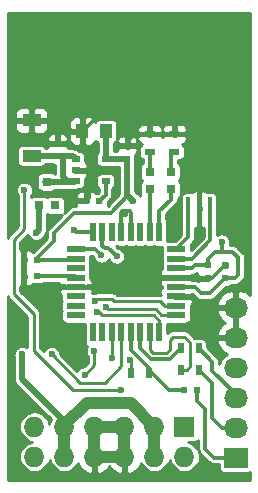
<source format=gtl>
%FSLAX46Y46*%
G04 Gerber Fmt 4.6, Leading zero omitted, Abs format (unit mm)*
G04 Created by KiCad (PCBNEW (2014-08-05 BZR 5054)-product) date Di 03 Feb 2015 10:04:48 CET*
%MOMM*%
G01*
G04 APERTURE LIST*
%ADD10C,0.100000*%
%ADD11R,1.727200X1.727200*%
%ADD12O,1.727200X1.727200*%
%ADD13R,0.500000X0.600000*%
%ADD14R,1.600000X1.000000*%
%ADD15R,0.600000X0.500000*%
%ADD16R,1.000000X1.250000*%
%ADD17R,0.800100X0.800100*%
%ADD18R,0.797560X0.797560*%
%ADD19R,1.600000X0.550000*%
%ADD20R,0.550000X1.600000*%
%ADD21R,0.500000X0.900000*%
%ADD22R,0.900000X0.500000*%
%ADD23R,0.762000X0.508000*%
%ADD24R,0.300000X2.000000*%
%ADD25R,2.032000X1.727200*%
%ADD26O,2.032000X1.727200*%
%ADD27C,0.600000*%
%ADD28C,0.508000*%
%ADD29C,0.304800*%
%ADD30C,1.057585*%
%ADD31C,0.254000*%
G04 APERTURE END LIST*
D10*
D11*
X212450000Y-86530000D03*
D12*
X212450000Y-89070000D03*
X209910000Y-86530000D03*
X209910000Y-89070000D03*
X207370000Y-86530000D03*
X207370000Y-89070000D03*
X204830000Y-86530000D03*
X204830000Y-89070000D03*
X202290000Y-86530000D03*
X202290000Y-89070000D03*
X199750000Y-86530000D03*
X199750000Y-89070000D03*
D13*
X201700000Y-63650000D03*
X201700000Y-62550000D03*
D14*
X199500000Y-63600000D03*
X199500000Y-60600000D03*
D15*
X205250000Y-67400000D03*
X204150000Y-67400000D03*
D16*
X205800000Y-61500000D03*
X203800000Y-61500000D03*
D15*
X199950000Y-73800000D03*
X198850000Y-73800000D03*
D13*
X207600000Y-63850000D03*
X207600000Y-62750000D03*
X214400000Y-72850000D03*
X214400000Y-73950000D03*
X215900000Y-73950000D03*
X215900000Y-72850000D03*
D15*
X199950000Y-72400000D03*
X198850000Y-72400000D03*
X212450000Y-83400000D03*
X213550000Y-83400000D03*
D17*
X200098960Y-67800760D03*
X201501040Y-67800760D03*
X200800000Y-65801780D03*
D18*
X211300000Y-66449300D03*
X211300000Y-64950700D03*
X209500000Y-66449300D03*
X209500000Y-64950700D03*
D19*
X211750000Y-77100000D03*
X211750000Y-76300000D03*
X211750000Y-75500000D03*
X211750000Y-74700000D03*
X211750000Y-73900000D03*
X211750000Y-73100000D03*
X211750000Y-72300000D03*
X211750000Y-71500000D03*
D20*
X210300000Y-70050000D03*
X209500000Y-70050000D03*
X208700000Y-70050000D03*
X207900000Y-70050000D03*
X207100000Y-70050000D03*
X206300000Y-70050000D03*
X205500000Y-70050000D03*
X204700000Y-70050000D03*
D19*
X203250000Y-71500000D03*
X203250000Y-72300000D03*
X203250000Y-73100000D03*
X203250000Y-73900000D03*
X203250000Y-74700000D03*
X203250000Y-75500000D03*
X203250000Y-76300000D03*
X203250000Y-77100000D03*
D20*
X204700000Y-78550000D03*
X205500000Y-78550000D03*
X206300000Y-78550000D03*
X207100000Y-78550000D03*
X207900000Y-78550000D03*
X208700000Y-78550000D03*
X209500000Y-78550000D03*
X210300000Y-78550000D03*
D21*
X212150000Y-81700000D03*
X213650000Y-81700000D03*
X212150000Y-79900000D03*
X213650000Y-79900000D03*
X207950000Y-82000000D03*
X209450000Y-82000000D03*
D22*
X211600000Y-61750000D03*
X211600000Y-63250000D03*
X209500000Y-61750000D03*
X209500000Y-63250000D03*
D23*
X203230000Y-63847500D03*
X203230000Y-65752500D03*
X205770000Y-63847500D03*
X203230000Y-64800000D03*
X205770000Y-65752500D03*
D24*
X214650000Y-68100000D03*
X213700000Y-68100000D03*
X212750000Y-68100000D03*
D25*
X216800000Y-89150000D03*
D26*
X216800000Y-86610000D03*
X216800000Y-84070000D03*
X216800000Y-81530000D03*
X216800000Y-78990000D03*
X216800000Y-76450000D03*
D27*
X202800000Y-67200000D03*
X200300000Y-76100000D03*
X213700000Y-65800000D03*
X207800000Y-80900000D03*
X215600000Y-70900000D03*
X208100000Y-67400000D03*
X199900000Y-70100000D03*
X198700000Y-80400000D03*
X205800000Y-76400000D03*
X203993366Y-82146442D03*
X204800000Y-80100000D03*
X204900000Y-75900000D03*
X207400000Y-68500000D03*
X198900000Y-66500000D03*
X207100000Y-83400000D03*
X206700000Y-72100000D03*
X203100000Y-69900000D03*
X205400000Y-72000000D03*
X206300000Y-80700000D03*
X201200000Y-80400000D03*
X205000000Y-76800000D03*
D28*
X200800000Y-65801780D02*
X203180720Y-65801780D01*
X203180720Y-65801780D02*
X203230000Y-65752500D01*
X202200000Y-63650000D02*
X202200000Y-65400000D01*
X202200000Y-65400000D02*
X202552500Y-65752500D01*
X202552500Y-65752500D02*
X203230000Y-65752500D01*
X201700000Y-63650000D02*
X203032500Y-63650000D01*
X203032500Y-63650000D02*
X203230000Y-63847500D01*
X199500000Y-63600000D02*
X201650000Y-63600000D01*
X201650000Y-63600000D02*
X201700000Y-63650000D01*
X200800000Y-65801780D02*
X200601780Y-65801780D01*
D29*
X202552500Y-65752500D02*
X203230000Y-65752500D01*
X202200000Y-65400000D02*
X202552500Y-65752500D01*
X201700000Y-63650000D02*
X202200000Y-63650000D01*
X202200000Y-63650000D02*
X203032500Y-63650000D01*
X203032500Y-63650000D02*
X203230000Y-63847500D01*
X201650000Y-63600000D02*
X201700000Y-63650000D01*
D28*
X203000000Y-67400000D02*
X204150000Y-67400000D01*
X202800000Y-67200000D02*
X203000000Y-67400000D01*
X198850000Y-74650000D02*
X198850000Y-73800000D01*
X200300000Y-76100000D02*
X198850000Y-74650000D01*
D29*
X203800000Y-61500000D02*
X203800000Y-62500000D01*
X204400000Y-63100000D02*
X204400000Y-65200000D01*
X203800000Y-62500000D02*
X204400000Y-63100000D01*
X207600000Y-62750000D02*
X207600000Y-62400000D01*
X208250000Y-61750000D02*
X209500000Y-61750000D01*
X207600000Y-62400000D02*
X208250000Y-61750000D01*
D28*
X216800000Y-76450000D02*
X216800000Y-78990000D01*
D29*
X214400000Y-73950000D02*
X214800000Y-73950000D01*
X214800000Y-73950000D02*
X215900000Y-72850000D01*
D30*
X204830000Y-89070000D02*
X207370000Y-89070000D01*
X207370000Y-86530000D02*
X204830000Y-86530000D01*
X204830000Y-86530000D02*
X204830000Y-89070000D01*
X207370000Y-89070000D02*
X207370000Y-86530000D01*
D31*
X204830000Y-89070000D02*
X204830000Y-86530000D01*
X203250000Y-74700000D02*
X208900000Y-74700000D01*
X209700000Y-73900000D02*
X211750000Y-73900000D01*
X208900000Y-74700000D02*
X209700000Y-73900000D01*
X211600000Y-61750000D02*
X212550000Y-61750000D01*
X212550000Y-61750000D02*
X213700000Y-62900000D01*
X213700000Y-62900000D02*
X213700000Y-65800000D01*
X213700000Y-65800000D02*
X213700000Y-68100000D01*
X209500000Y-61750000D02*
X209500000Y-60700000D01*
X205400000Y-59900000D02*
X203800000Y-61500000D01*
X208700000Y-59900000D02*
X205400000Y-59900000D01*
X209500000Y-60700000D02*
X208700000Y-59900000D01*
X209500000Y-61750000D02*
X211600000Y-61750000D01*
D29*
X198850000Y-72400000D02*
X198850000Y-73800000D01*
X203250000Y-74700000D02*
X199000000Y-74700000D01*
X199000000Y-74700000D02*
X198850000Y-74550000D01*
X198850000Y-74550000D02*
X198850000Y-73800000D01*
X214400000Y-73950000D02*
X211800000Y-73950000D01*
X211800000Y-73950000D02*
X211750000Y-73900000D01*
X203230000Y-64800000D02*
X204000000Y-64800000D01*
X204000000Y-64800000D02*
X204400000Y-65200000D01*
X204400000Y-65200000D02*
X204400000Y-67150000D01*
X204400000Y-67150000D02*
X204150000Y-67400000D01*
X201700000Y-62550000D02*
X201700000Y-61900000D01*
X201700000Y-61900000D02*
X202100000Y-61500000D01*
X202100000Y-61500000D02*
X203800000Y-61500000D01*
X201700000Y-62550000D02*
X201700000Y-61400000D01*
X200900000Y-60600000D02*
X199500000Y-60600000D01*
X201700000Y-61400000D02*
X200900000Y-60600000D01*
X205770000Y-65752500D02*
X205770000Y-66880000D01*
X205770000Y-66880000D02*
X205250000Y-67400000D01*
D31*
X207950000Y-82000000D02*
X207950000Y-81050000D01*
X207950000Y-81050000D02*
X207800000Y-80900000D01*
X207950000Y-82000000D02*
X207950000Y-81550000D01*
D28*
X205770000Y-63847500D02*
X205770000Y-61530000D01*
X205770000Y-61530000D02*
X205800000Y-61500000D01*
X207600000Y-63850000D02*
X207600000Y-66900000D01*
X207600000Y-66900000D02*
X208100000Y-67400000D01*
X205770000Y-63847500D02*
X207597500Y-63847500D01*
X207597500Y-63847500D02*
X207600000Y-63850000D01*
D29*
X207600000Y-67000000D02*
X207700000Y-67000000D01*
X207700000Y-67000000D02*
X208100000Y-67400000D01*
X215600000Y-70900000D02*
X215600000Y-71700000D01*
X215900000Y-73950000D02*
X216750000Y-73950000D01*
X216750000Y-73950000D02*
X217000000Y-73700000D01*
X217000000Y-73700000D02*
X217000000Y-72200000D01*
X217000000Y-72200000D02*
X216500000Y-71700000D01*
X216500000Y-71700000D02*
X215600000Y-71700000D01*
X214400000Y-72300000D02*
X214400000Y-72850000D01*
X215600000Y-71700000D02*
X215000000Y-71700000D01*
X215000000Y-71700000D02*
X214400000Y-72300000D01*
X199950000Y-72400000D02*
X199950000Y-72250000D01*
X199950000Y-72250000D02*
X201400000Y-70800000D01*
X201400000Y-70800000D02*
X201400000Y-70100000D01*
X201400000Y-70100000D02*
X203100000Y-68400000D01*
X203100000Y-68400000D02*
X206200000Y-68400000D01*
X206200000Y-68400000D02*
X207600000Y-67000000D01*
X207600000Y-67000000D02*
X207600000Y-63850000D01*
X213850000Y-75250000D02*
X214600000Y-75250000D01*
X213850000Y-75250000D02*
X213300000Y-74700000D01*
X211750000Y-74700000D02*
X213300000Y-74700000D01*
X214600000Y-75250000D02*
X215900000Y-73950000D01*
X199950000Y-72400000D02*
X203150000Y-72400000D01*
X203150000Y-72400000D02*
X203250000Y-72300000D01*
X214400000Y-72850000D02*
X213350000Y-72850000D01*
X213350000Y-72850000D02*
X213100000Y-73100000D01*
X213100000Y-73100000D02*
X211750000Y-73100000D01*
X205770000Y-61530000D02*
X205800000Y-61500000D01*
X205770000Y-63847500D02*
X207697500Y-63847500D01*
X207697500Y-63847500D02*
X207700000Y-63850000D01*
X199950000Y-73800000D02*
X203150000Y-73800000D01*
X203150000Y-73800000D02*
X203250000Y-73900000D01*
X209450000Y-82000000D02*
X209450000Y-81550000D01*
X209450000Y-81550000D02*
X207900000Y-80000000D01*
X207900000Y-80000000D02*
X207900000Y-78550000D01*
X209450000Y-82000000D02*
X209700000Y-82000000D01*
X209700000Y-82000000D02*
X211100000Y-83400000D01*
X211100000Y-83400000D02*
X212450000Y-83400000D01*
X216800000Y-89150000D02*
X214950000Y-89150000D01*
X214950000Y-89150000D02*
X214200000Y-88400000D01*
X214200000Y-88400000D02*
X214200000Y-85000000D01*
X214200000Y-85000000D02*
X213550000Y-84350000D01*
X213550000Y-84350000D02*
X213550000Y-83400000D01*
X216800000Y-89150000D02*
X215950000Y-89150000D01*
D28*
X202290000Y-86530000D02*
X202290000Y-86090000D01*
X202290000Y-86090000D02*
X198700000Y-82500000D01*
X200098960Y-69901040D02*
X200098960Y-67800760D01*
X199900000Y-70100000D02*
X200098960Y-69901040D01*
X198700000Y-82500000D02*
X198700000Y-80400000D01*
D30*
X202290000Y-86530000D02*
X202290000Y-86410000D01*
X202290000Y-86410000D02*
X204200000Y-84500000D01*
X207880000Y-84500000D02*
X209910000Y-86530000D01*
X204200000Y-84500000D02*
X207880000Y-84500000D01*
X202290000Y-86530000D02*
X202290000Y-89070000D01*
X209910000Y-89070000D02*
X209910000Y-86530000D01*
D29*
X210300000Y-70050000D02*
X210300000Y-68300000D01*
X211300000Y-67300000D02*
X211300000Y-66449300D01*
X210300000Y-68300000D02*
X211300000Y-67300000D01*
X211300000Y-64950700D02*
X211300000Y-63550000D01*
X211300000Y-63550000D02*
X211600000Y-63250000D01*
X209500000Y-66449300D02*
X209500000Y-70050000D01*
X209500000Y-64950700D02*
X209500000Y-63250000D01*
D31*
X211750000Y-77100000D02*
X210500000Y-77100000D01*
X210500000Y-77100000D02*
X210000000Y-76600000D01*
X206000000Y-76600000D02*
X205800000Y-76400000D01*
X210000000Y-76600000D02*
X206000000Y-76600000D01*
X204800000Y-81339808D02*
X203993366Y-82146442D01*
X204800000Y-80100000D02*
X204800000Y-81339808D01*
X211750000Y-76300000D02*
X210800000Y-76300000D01*
X205100000Y-75700000D02*
X204900000Y-75900000D01*
X206300000Y-75700000D02*
X205100000Y-75700000D01*
X206500000Y-75900000D02*
X206300000Y-75700000D01*
X210400000Y-75900000D02*
X206500000Y-75900000D01*
X210800000Y-76300000D02*
X210400000Y-75900000D01*
D29*
X211750000Y-72300000D02*
X213100000Y-72300000D01*
X214650000Y-70750000D02*
X214650000Y-68100000D01*
X213100000Y-72300000D02*
X214650000Y-70750000D01*
X212750000Y-68100000D02*
X212750000Y-70500000D01*
X212750000Y-70500000D02*
X211750000Y-71500000D01*
D31*
X207600000Y-68300000D02*
X207800000Y-68300000D01*
X207400000Y-68500000D02*
X207600000Y-68300000D01*
X198900000Y-69800000D02*
X198900000Y-66500000D01*
X198000000Y-70700000D02*
X198900000Y-69800000D01*
X198000000Y-75300000D02*
X198000000Y-70700000D01*
X199700000Y-77000000D02*
X198000000Y-75300000D01*
X199700000Y-80100000D02*
X199700000Y-77000000D01*
X203000000Y-83400000D02*
X199700000Y-80100000D01*
X207100000Y-83400000D02*
X203000000Y-83400000D01*
D29*
X207100000Y-70050000D02*
X207100000Y-68400000D01*
X207900000Y-68400000D02*
X207900000Y-70050000D01*
X207800000Y-68300000D02*
X207900000Y-68400000D01*
X207200000Y-68300000D02*
X207800000Y-68300000D01*
X207100000Y-68400000D02*
X207200000Y-68300000D01*
X205500000Y-71200000D02*
X205500000Y-70050000D01*
X205700000Y-71400000D02*
X205500000Y-71200000D01*
X206000000Y-71400000D02*
X205700000Y-71400000D01*
X206700000Y-72100000D02*
X206000000Y-71400000D01*
X203250000Y-70050000D02*
X204700000Y-70050000D01*
X203100000Y-69900000D02*
X203250000Y-70050000D01*
X204900000Y-71500000D02*
X203250000Y-71500000D01*
X205400000Y-72000000D02*
X204900000Y-71500000D01*
D31*
X206300000Y-80700000D02*
X206300000Y-78550000D01*
X203600000Y-82800000D02*
X205700000Y-82800000D01*
X207100000Y-81400000D02*
X207100000Y-78550000D01*
X205700000Y-82800000D02*
X207100000Y-81400000D01*
X201200000Y-80400000D02*
X203600000Y-82800000D01*
D29*
X208700000Y-78550000D02*
X208700000Y-79900000D01*
X211250000Y-80800000D02*
X212150000Y-79900000D01*
X209600000Y-80800000D02*
X211250000Y-80800000D01*
X208700000Y-79900000D02*
X209600000Y-80800000D01*
D31*
X212900000Y-81400000D02*
X212900000Y-79400000D01*
X212700000Y-81700000D02*
X212900000Y-81400000D01*
X212150000Y-81700000D02*
X212700000Y-81700000D01*
X212900000Y-79400000D02*
X212400000Y-78900000D01*
X212400000Y-78900000D02*
X212200000Y-78900000D01*
X209500000Y-80022024D02*
X209500000Y-78550000D01*
X209798574Y-80320598D02*
X209500000Y-80022024D01*
X210900000Y-80320598D02*
X209798574Y-80320598D01*
X211200000Y-80020598D02*
X210900000Y-80320598D01*
X211200000Y-79200000D02*
X211200000Y-80020598D01*
X211500000Y-78900000D02*
X211200000Y-79200000D01*
X212400000Y-78900000D02*
X212200000Y-78900000D01*
X212200000Y-78900000D02*
X211500000Y-78900000D01*
X210300000Y-78550000D02*
X210300000Y-77542056D01*
X205200000Y-76800000D02*
X205500000Y-77100000D01*
X205500000Y-77100000D02*
X209857944Y-77100000D01*
X205000000Y-76800000D02*
X205200000Y-76800000D01*
X210300000Y-77542056D02*
X209857944Y-77100000D01*
D29*
X216800000Y-86610000D02*
X215610000Y-86610000D01*
X214800000Y-82850000D02*
X213650000Y-81700000D01*
X214800000Y-85800000D02*
X214800000Y-82850000D01*
X215610000Y-86610000D02*
X214800000Y-85800000D01*
X216800000Y-84070000D02*
X216800000Y-83800000D01*
X216800000Y-83800000D02*
X214800000Y-81800000D01*
X214800000Y-81800000D02*
X214800000Y-81050000D01*
X214800000Y-81050000D02*
X213650000Y-79900000D01*
X213650000Y-79900000D02*
X213700000Y-79900000D01*
D31*
G36*
X214547000Y-74077000D02*
X214525000Y-74077000D01*
X214525000Y-74097000D01*
X214275000Y-74097000D01*
X214275000Y-74077000D01*
X213673750Y-74077000D01*
X213563769Y-74186980D01*
X213528250Y-74167453D01*
X213525346Y-74166531D01*
X213522661Y-74165092D01*
X213471488Y-74149446D01*
X213420464Y-74133261D01*
X213417434Y-74132921D01*
X213414523Y-74132031D01*
X213361341Y-74126629D01*
X213308090Y-74120656D01*
X213302127Y-74120614D01*
X213302022Y-74120604D01*
X213301923Y-74120613D01*
X213300000Y-74120600D01*
X213185000Y-74120600D01*
X213119850Y-74120600D01*
X213026250Y-74027000D01*
X212704948Y-74027000D01*
X212674551Y-74014409D01*
X212592056Y-73998000D01*
X212507944Y-73998000D01*
X210907944Y-73998000D01*
X210825449Y-74014409D01*
X210795052Y-74027000D01*
X210473750Y-74027000D01*
X210315000Y-74185750D01*
X210315000Y-74237542D01*
X210339403Y-74360223D01*
X210387270Y-74475785D01*
X210456763Y-74579789D01*
X210523000Y-74646026D01*
X210523000Y-74753974D01*
X210456763Y-74820211D01*
X210387270Y-74924215D01*
X210339403Y-75039777D01*
X210315000Y-75162458D01*
X210315000Y-75214250D01*
X210451739Y-75350989D01*
X210407735Y-75346054D01*
X210402034Y-75346014D01*
X210401934Y-75346004D01*
X210401840Y-75346012D01*
X210400000Y-75346000D01*
X206729474Y-75346000D01*
X206691737Y-75308263D01*
X206652207Y-75275793D01*
X206612992Y-75242887D01*
X206610437Y-75241482D01*
X206608188Y-75239635D01*
X206563086Y-75215451D01*
X206518244Y-75190799D01*
X206515469Y-75189919D01*
X206512900Y-75188541D01*
X206463955Y-75173577D01*
X206415183Y-75158106D01*
X206412285Y-75157781D01*
X206409502Y-75156930D01*
X206358639Y-75151763D01*
X206307735Y-75146054D01*
X206302034Y-75146014D01*
X206301934Y-75146004D01*
X206301840Y-75146012D01*
X206300000Y-75146000D01*
X205100000Y-75146000D01*
X205049131Y-75150987D01*
X204998091Y-75155453D01*
X204995288Y-75156267D01*
X204992394Y-75156551D01*
X204943404Y-75171341D01*
X204936976Y-75173209D01*
X204833791Y-75172489D01*
X204693744Y-75199204D01*
X204634543Y-75223122D01*
X204660597Y-75160223D01*
X204685000Y-75037542D01*
X204685000Y-74985750D01*
X204526250Y-74827000D01*
X204204948Y-74827000D01*
X204174551Y-74814409D01*
X204092056Y-74798000D01*
X204007944Y-74798000D01*
X202407944Y-74798000D01*
X202325449Y-74814409D01*
X202295052Y-74827000D01*
X201973750Y-74827000D01*
X201815000Y-74985750D01*
X201815000Y-75037542D01*
X201839403Y-75160223D01*
X201887270Y-75275785D01*
X201956763Y-75379789D01*
X202023000Y-75446026D01*
X202023000Y-75817056D01*
X202039409Y-75899551D01*
X202039594Y-75899999D01*
X202039409Y-75900449D01*
X202023000Y-75982944D01*
X202023000Y-76067056D01*
X202023000Y-76617056D01*
X202039409Y-76699551D01*
X202039594Y-76699999D01*
X202039409Y-76700449D01*
X202023000Y-76782944D01*
X202023000Y-76867056D01*
X202023000Y-77417056D01*
X202039409Y-77499551D01*
X202071598Y-77577261D01*
X202118328Y-77647197D01*
X202177803Y-77706673D01*
X202247740Y-77753403D01*
X202325449Y-77785591D01*
X202407944Y-77802000D01*
X202492056Y-77802000D01*
X203998000Y-77802000D01*
X203998000Y-79392056D01*
X204014409Y-79474551D01*
X204046598Y-79552261D01*
X204093328Y-79622197D01*
X204152803Y-79681673D01*
X204188824Y-79705741D01*
X204159842Y-79748070D01*
X204103677Y-79879113D01*
X204074035Y-80018570D01*
X204072044Y-80161128D01*
X204097781Y-80301358D01*
X204150265Y-80433918D01*
X204227498Y-80553760D01*
X204246000Y-80572919D01*
X204246000Y-81110334D01*
X203937331Y-81419002D01*
X203927157Y-81418931D01*
X203787110Y-81445646D01*
X203654920Y-81499054D01*
X203535621Y-81577122D01*
X203433757Y-81676874D01*
X203363278Y-81779804D01*
X201926827Y-80343353D01*
X201927032Y-80328714D01*
X201899339Y-80188857D01*
X201845009Y-80057043D01*
X201766111Y-79938291D01*
X201665650Y-79837126D01*
X201547452Y-79757401D01*
X201416020Y-79702152D01*
X201276360Y-79673484D01*
X201133791Y-79672489D01*
X200993744Y-79699204D01*
X200861554Y-79752612D01*
X200742255Y-79830680D01*
X200640391Y-79930432D01*
X200559842Y-80048070D01*
X200521350Y-80137876D01*
X200254000Y-79870526D01*
X200254000Y-77000000D01*
X200249002Y-76949036D01*
X200244546Y-76898091D01*
X200243733Y-76895293D01*
X200243449Y-76892394D01*
X200228649Y-76843376D01*
X200214381Y-76794262D01*
X200213041Y-76791678D01*
X200212199Y-76788887D01*
X200188179Y-76743712D01*
X200164624Y-76698270D01*
X200162804Y-76695990D01*
X200161438Y-76693421D01*
X200129122Y-76653797D01*
X200097168Y-76613770D01*
X200093168Y-76609714D01*
X200093102Y-76609633D01*
X200093026Y-76609570D01*
X200091737Y-76608263D01*
X198554000Y-75070526D01*
X198554000Y-74685000D01*
X198564250Y-74685000D01*
X198723000Y-74526250D01*
X198723000Y-73925000D01*
X198703000Y-73925000D01*
X198703000Y-73675000D01*
X198723000Y-73675000D01*
X198723000Y-73126250D01*
X198723000Y-73073750D01*
X198723000Y-72525000D01*
X198703000Y-72525000D01*
X198703000Y-72275000D01*
X198723000Y-72275000D01*
X198723000Y-71673750D01*
X198564250Y-71515000D01*
X198554000Y-71515000D01*
X198554000Y-70929474D01*
X199195351Y-70288122D01*
X199197781Y-70301358D01*
X199250265Y-70433918D01*
X199327498Y-70553760D01*
X199426537Y-70656317D01*
X199543610Y-70737685D01*
X199674258Y-70794764D01*
X199813504Y-70825379D01*
X199956045Y-70828365D01*
X200096451Y-70803608D01*
X200229374Y-70752050D01*
X200349752Y-70675656D01*
X200452999Y-70577336D01*
X200535182Y-70460833D01*
X200561613Y-70401466D01*
X200580500Y-70382580D01*
X200620414Y-70333986D01*
X200660862Y-70285783D01*
X200662588Y-70282642D01*
X200664860Y-70279877D01*
X200694578Y-70224452D01*
X200724891Y-70169314D01*
X200725973Y-70165901D01*
X200727666Y-70162745D01*
X200746053Y-70102603D01*
X200765079Y-70042628D01*
X200765478Y-70039067D01*
X200766525Y-70035644D01*
X200772879Y-69973082D01*
X200779894Y-69910548D01*
X200779942Y-69903549D01*
X200779956Y-69903417D01*
X200779944Y-69903293D01*
X200779960Y-69901040D01*
X200779960Y-68523729D01*
X200799999Y-68503689D01*
X200828793Y-68532483D01*
X200898730Y-68579213D01*
X200976439Y-68611401D01*
X201058934Y-68627810D01*
X201143046Y-68627810D01*
X201943146Y-68627810D01*
X202025641Y-68611401D01*
X202100006Y-68580597D01*
X200990302Y-69690302D01*
X200956320Y-69731672D01*
X200921929Y-69772658D01*
X200920460Y-69775329D01*
X200918528Y-69777682D01*
X200893244Y-69824835D01*
X200867453Y-69871750D01*
X200866531Y-69874653D01*
X200865092Y-69877339D01*
X200849446Y-69928511D01*
X200833261Y-69979536D01*
X200832921Y-69982565D01*
X200832031Y-69985477D01*
X200826629Y-70038658D01*
X200820656Y-70091910D01*
X200820614Y-70097872D01*
X200820604Y-70097978D01*
X200820613Y-70098076D01*
X200820600Y-70100000D01*
X200820600Y-70560004D01*
X199657604Y-71723000D01*
X199621026Y-71723000D01*
X199554789Y-71656763D01*
X199450785Y-71587270D01*
X199335223Y-71539403D01*
X199212542Y-71515000D01*
X199135750Y-71515000D01*
X198977000Y-71673750D01*
X198977000Y-72275000D01*
X198997000Y-72275000D01*
X198997000Y-72525000D01*
X198977000Y-72525000D01*
X198977000Y-73073750D01*
X198977000Y-73126250D01*
X198977000Y-73675000D01*
X198997000Y-73675000D01*
X198997000Y-73925000D01*
X198977000Y-73925000D01*
X198977000Y-74526250D01*
X199135750Y-74685000D01*
X199212542Y-74685000D01*
X199335223Y-74660597D01*
X199450785Y-74612730D01*
X199554789Y-74543237D01*
X199621026Y-74477000D01*
X199692056Y-74477000D01*
X200292056Y-74477000D01*
X200374551Y-74460591D01*
X200452261Y-74428402D01*
X200522197Y-74381672D01*
X200524469Y-74379400D01*
X201815000Y-74379400D01*
X201815000Y-74414250D01*
X201973750Y-74573000D01*
X202295051Y-74573000D01*
X202325449Y-74585591D01*
X202407944Y-74602000D01*
X202492056Y-74602000D01*
X204092056Y-74602000D01*
X204174551Y-74585591D01*
X204204947Y-74573000D01*
X204526250Y-74573000D01*
X204685000Y-74414250D01*
X204685000Y-74362458D01*
X204660597Y-74239777D01*
X204612730Y-74124215D01*
X204543237Y-74020211D01*
X204477000Y-73953974D01*
X204477000Y-73582944D01*
X204460591Y-73500449D01*
X204460405Y-73500000D01*
X204460591Y-73499551D01*
X204477000Y-73417056D01*
X204477000Y-73332944D01*
X204477000Y-72782944D01*
X204460591Y-72700449D01*
X204460405Y-72700000D01*
X204460591Y-72699551D01*
X204477000Y-72617056D01*
X204477000Y-72532944D01*
X204477000Y-72079400D01*
X204660004Y-72079400D01*
X204678857Y-72098253D01*
X204697781Y-72201358D01*
X204750265Y-72333918D01*
X204827498Y-72453760D01*
X204926537Y-72556317D01*
X205043610Y-72637685D01*
X205174258Y-72694764D01*
X205313504Y-72725379D01*
X205456045Y-72728365D01*
X205596451Y-72703608D01*
X205729374Y-72652050D01*
X205849752Y-72575656D01*
X205952999Y-72477336D01*
X206026308Y-72373411D01*
X206050265Y-72433918D01*
X206127498Y-72553760D01*
X206226537Y-72656317D01*
X206343610Y-72737685D01*
X206474258Y-72794764D01*
X206613504Y-72825379D01*
X206756045Y-72828365D01*
X206896451Y-72803608D01*
X207029374Y-72752050D01*
X207149752Y-72675656D01*
X207252999Y-72577336D01*
X207335182Y-72460833D01*
X207393171Y-72330587D01*
X207424758Y-72191558D01*
X207427032Y-72028714D01*
X207399339Y-71888857D01*
X207345009Y-71757043D01*
X207266111Y-71638291D01*
X207165650Y-71537126D01*
X207047452Y-71457401D01*
X206916020Y-71402152D01*
X206797146Y-71377750D01*
X206683232Y-71263836D01*
X206699551Y-71260591D01*
X206699999Y-71260405D01*
X206700449Y-71260591D01*
X206782944Y-71277000D01*
X206867056Y-71277000D01*
X207417056Y-71277000D01*
X207499551Y-71260591D01*
X207499999Y-71260405D01*
X207500449Y-71260591D01*
X207582944Y-71277000D01*
X207667056Y-71277000D01*
X208217056Y-71277000D01*
X208299551Y-71260591D01*
X208299999Y-71260405D01*
X208300449Y-71260591D01*
X208382944Y-71277000D01*
X208467056Y-71277000D01*
X209017056Y-71277000D01*
X209099551Y-71260591D01*
X209099999Y-71260405D01*
X209100449Y-71260591D01*
X209182944Y-71277000D01*
X209267056Y-71277000D01*
X209817056Y-71277000D01*
X209899551Y-71260591D01*
X209899999Y-71260405D01*
X209900449Y-71260591D01*
X209982944Y-71277000D01*
X210067056Y-71277000D01*
X210523000Y-71277000D01*
X210523000Y-71817056D01*
X210539409Y-71899551D01*
X210539594Y-71899999D01*
X210539409Y-71900449D01*
X210523000Y-71982944D01*
X210523000Y-72067056D01*
X210523000Y-72617056D01*
X210539409Y-72699551D01*
X210539594Y-72699999D01*
X210539409Y-72700449D01*
X210523000Y-72782944D01*
X210523000Y-72867056D01*
X210523000Y-73153974D01*
X210456763Y-73220211D01*
X210387270Y-73324215D01*
X210339403Y-73439777D01*
X210315000Y-73562458D01*
X210315000Y-73614250D01*
X210473750Y-73773000D01*
X210795051Y-73773000D01*
X210825449Y-73785591D01*
X210907944Y-73802000D01*
X210992056Y-73802000D01*
X212592056Y-73802000D01*
X212674551Y-73785591D01*
X212704947Y-73773000D01*
X213026250Y-73773000D01*
X213122007Y-73677242D01*
X213153242Y-73674179D01*
X213185000Y-73671401D01*
X213206581Y-73669513D01*
X213209510Y-73668661D01*
X213212539Y-73668365D01*
X213263736Y-73652907D01*
X213315170Y-73637965D01*
X213317875Y-73636562D01*
X213320792Y-73635682D01*
X213368044Y-73610557D01*
X213415564Y-73585926D01*
X213417945Y-73584025D01*
X213420635Y-73582595D01*
X213462058Y-73548810D01*
X213503938Y-73515379D01*
X213508185Y-73511190D01*
X213508265Y-73511125D01*
X213508326Y-73511050D01*
X213509698Y-73509698D01*
X213535624Y-73483771D01*
X213515000Y-73587458D01*
X213515000Y-73664250D01*
X213673750Y-73823000D01*
X214275000Y-73823000D01*
X214275000Y-73803000D01*
X214525000Y-73803000D01*
X214525000Y-73823000D01*
X214547000Y-73823000D01*
X214547000Y-74077000D01*
X214547000Y-74077000D01*
G37*
X214547000Y-74077000D02*
X214525000Y-74077000D01*
X214525000Y-74097000D01*
X214275000Y-74097000D01*
X214275000Y-74077000D01*
X213673750Y-74077000D01*
X213563769Y-74186980D01*
X213528250Y-74167453D01*
X213525346Y-74166531D01*
X213522661Y-74165092D01*
X213471488Y-74149446D01*
X213420464Y-74133261D01*
X213417434Y-74132921D01*
X213414523Y-74132031D01*
X213361341Y-74126629D01*
X213308090Y-74120656D01*
X213302127Y-74120614D01*
X213302022Y-74120604D01*
X213301923Y-74120613D01*
X213300000Y-74120600D01*
X213185000Y-74120600D01*
X213119850Y-74120600D01*
X213026250Y-74027000D01*
X212704948Y-74027000D01*
X212674551Y-74014409D01*
X212592056Y-73998000D01*
X212507944Y-73998000D01*
X210907944Y-73998000D01*
X210825449Y-74014409D01*
X210795052Y-74027000D01*
X210473750Y-74027000D01*
X210315000Y-74185750D01*
X210315000Y-74237542D01*
X210339403Y-74360223D01*
X210387270Y-74475785D01*
X210456763Y-74579789D01*
X210523000Y-74646026D01*
X210523000Y-74753974D01*
X210456763Y-74820211D01*
X210387270Y-74924215D01*
X210339403Y-75039777D01*
X210315000Y-75162458D01*
X210315000Y-75214250D01*
X210451739Y-75350989D01*
X210407735Y-75346054D01*
X210402034Y-75346014D01*
X210401934Y-75346004D01*
X210401840Y-75346012D01*
X210400000Y-75346000D01*
X206729474Y-75346000D01*
X206691737Y-75308263D01*
X206652207Y-75275793D01*
X206612992Y-75242887D01*
X206610437Y-75241482D01*
X206608188Y-75239635D01*
X206563086Y-75215451D01*
X206518244Y-75190799D01*
X206515469Y-75189919D01*
X206512900Y-75188541D01*
X206463955Y-75173577D01*
X206415183Y-75158106D01*
X206412285Y-75157781D01*
X206409502Y-75156930D01*
X206358639Y-75151763D01*
X206307735Y-75146054D01*
X206302034Y-75146014D01*
X206301934Y-75146004D01*
X206301840Y-75146012D01*
X206300000Y-75146000D01*
X205100000Y-75146000D01*
X205049131Y-75150987D01*
X204998091Y-75155453D01*
X204995288Y-75156267D01*
X204992394Y-75156551D01*
X204943404Y-75171341D01*
X204936976Y-75173209D01*
X204833791Y-75172489D01*
X204693744Y-75199204D01*
X204634543Y-75223122D01*
X204660597Y-75160223D01*
X204685000Y-75037542D01*
X204685000Y-74985750D01*
X204526250Y-74827000D01*
X204204948Y-74827000D01*
X204174551Y-74814409D01*
X204092056Y-74798000D01*
X204007944Y-74798000D01*
X202407944Y-74798000D01*
X202325449Y-74814409D01*
X202295052Y-74827000D01*
X201973750Y-74827000D01*
X201815000Y-74985750D01*
X201815000Y-75037542D01*
X201839403Y-75160223D01*
X201887270Y-75275785D01*
X201956763Y-75379789D01*
X202023000Y-75446026D01*
X202023000Y-75817056D01*
X202039409Y-75899551D01*
X202039594Y-75899999D01*
X202039409Y-75900449D01*
X202023000Y-75982944D01*
X202023000Y-76067056D01*
X202023000Y-76617056D01*
X202039409Y-76699551D01*
X202039594Y-76699999D01*
X202039409Y-76700449D01*
X202023000Y-76782944D01*
X202023000Y-76867056D01*
X202023000Y-77417056D01*
X202039409Y-77499551D01*
X202071598Y-77577261D01*
X202118328Y-77647197D01*
X202177803Y-77706673D01*
X202247740Y-77753403D01*
X202325449Y-77785591D01*
X202407944Y-77802000D01*
X202492056Y-77802000D01*
X203998000Y-77802000D01*
X203998000Y-79392056D01*
X204014409Y-79474551D01*
X204046598Y-79552261D01*
X204093328Y-79622197D01*
X204152803Y-79681673D01*
X204188824Y-79705741D01*
X204159842Y-79748070D01*
X204103677Y-79879113D01*
X204074035Y-80018570D01*
X204072044Y-80161128D01*
X204097781Y-80301358D01*
X204150265Y-80433918D01*
X204227498Y-80553760D01*
X204246000Y-80572919D01*
X204246000Y-81110334D01*
X203937331Y-81419002D01*
X203927157Y-81418931D01*
X203787110Y-81445646D01*
X203654920Y-81499054D01*
X203535621Y-81577122D01*
X203433757Y-81676874D01*
X203363278Y-81779804D01*
X201926827Y-80343353D01*
X201927032Y-80328714D01*
X201899339Y-80188857D01*
X201845009Y-80057043D01*
X201766111Y-79938291D01*
X201665650Y-79837126D01*
X201547452Y-79757401D01*
X201416020Y-79702152D01*
X201276360Y-79673484D01*
X201133791Y-79672489D01*
X200993744Y-79699204D01*
X200861554Y-79752612D01*
X200742255Y-79830680D01*
X200640391Y-79930432D01*
X200559842Y-80048070D01*
X200521350Y-80137876D01*
X200254000Y-79870526D01*
X200254000Y-77000000D01*
X200249002Y-76949036D01*
X200244546Y-76898091D01*
X200243733Y-76895293D01*
X200243449Y-76892394D01*
X200228649Y-76843376D01*
X200214381Y-76794262D01*
X200213041Y-76791678D01*
X200212199Y-76788887D01*
X200188179Y-76743712D01*
X200164624Y-76698270D01*
X200162804Y-76695990D01*
X200161438Y-76693421D01*
X200129122Y-76653797D01*
X200097168Y-76613770D01*
X200093168Y-76609714D01*
X200093102Y-76609633D01*
X200093026Y-76609570D01*
X200091737Y-76608263D01*
X198554000Y-75070526D01*
X198554000Y-74685000D01*
X198564250Y-74685000D01*
X198723000Y-74526250D01*
X198723000Y-73925000D01*
X198703000Y-73925000D01*
X198703000Y-73675000D01*
X198723000Y-73675000D01*
X198723000Y-73126250D01*
X198723000Y-73073750D01*
X198723000Y-72525000D01*
X198703000Y-72525000D01*
X198703000Y-72275000D01*
X198723000Y-72275000D01*
X198723000Y-71673750D01*
X198564250Y-71515000D01*
X198554000Y-71515000D01*
X198554000Y-70929474D01*
X199195351Y-70288122D01*
X199197781Y-70301358D01*
X199250265Y-70433918D01*
X199327498Y-70553760D01*
X199426537Y-70656317D01*
X199543610Y-70737685D01*
X199674258Y-70794764D01*
X199813504Y-70825379D01*
X199956045Y-70828365D01*
X200096451Y-70803608D01*
X200229374Y-70752050D01*
X200349752Y-70675656D01*
X200452999Y-70577336D01*
X200535182Y-70460833D01*
X200561613Y-70401466D01*
X200580500Y-70382580D01*
X200620414Y-70333986D01*
X200660862Y-70285783D01*
X200662588Y-70282642D01*
X200664860Y-70279877D01*
X200694578Y-70224452D01*
X200724891Y-70169314D01*
X200725973Y-70165901D01*
X200727666Y-70162745D01*
X200746053Y-70102603D01*
X200765079Y-70042628D01*
X200765478Y-70039067D01*
X200766525Y-70035644D01*
X200772879Y-69973082D01*
X200779894Y-69910548D01*
X200779942Y-69903549D01*
X200779956Y-69903417D01*
X200779944Y-69903293D01*
X200779960Y-69901040D01*
X200779960Y-68523729D01*
X200799999Y-68503689D01*
X200828793Y-68532483D01*
X200898730Y-68579213D01*
X200976439Y-68611401D01*
X201058934Y-68627810D01*
X201143046Y-68627810D01*
X201943146Y-68627810D01*
X202025641Y-68611401D01*
X202100006Y-68580597D01*
X200990302Y-69690302D01*
X200956320Y-69731672D01*
X200921929Y-69772658D01*
X200920460Y-69775329D01*
X200918528Y-69777682D01*
X200893244Y-69824835D01*
X200867453Y-69871750D01*
X200866531Y-69874653D01*
X200865092Y-69877339D01*
X200849446Y-69928511D01*
X200833261Y-69979536D01*
X200832921Y-69982565D01*
X200832031Y-69985477D01*
X200826629Y-70038658D01*
X200820656Y-70091910D01*
X200820614Y-70097872D01*
X200820604Y-70097978D01*
X200820613Y-70098076D01*
X200820600Y-70100000D01*
X200820600Y-70560004D01*
X199657604Y-71723000D01*
X199621026Y-71723000D01*
X199554789Y-71656763D01*
X199450785Y-71587270D01*
X199335223Y-71539403D01*
X199212542Y-71515000D01*
X199135750Y-71515000D01*
X198977000Y-71673750D01*
X198977000Y-72275000D01*
X198997000Y-72275000D01*
X198997000Y-72525000D01*
X198977000Y-72525000D01*
X198977000Y-73073750D01*
X198977000Y-73126250D01*
X198977000Y-73675000D01*
X198997000Y-73675000D01*
X198997000Y-73925000D01*
X198977000Y-73925000D01*
X198977000Y-74526250D01*
X199135750Y-74685000D01*
X199212542Y-74685000D01*
X199335223Y-74660597D01*
X199450785Y-74612730D01*
X199554789Y-74543237D01*
X199621026Y-74477000D01*
X199692056Y-74477000D01*
X200292056Y-74477000D01*
X200374551Y-74460591D01*
X200452261Y-74428402D01*
X200522197Y-74381672D01*
X200524469Y-74379400D01*
X201815000Y-74379400D01*
X201815000Y-74414250D01*
X201973750Y-74573000D01*
X202295051Y-74573000D01*
X202325449Y-74585591D01*
X202407944Y-74602000D01*
X202492056Y-74602000D01*
X204092056Y-74602000D01*
X204174551Y-74585591D01*
X204204947Y-74573000D01*
X204526250Y-74573000D01*
X204685000Y-74414250D01*
X204685000Y-74362458D01*
X204660597Y-74239777D01*
X204612730Y-74124215D01*
X204543237Y-74020211D01*
X204477000Y-73953974D01*
X204477000Y-73582944D01*
X204460591Y-73500449D01*
X204460405Y-73500000D01*
X204460591Y-73499551D01*
X204477000Y-73417056D01*
X204477000Y-73332944D01*
X204477000Y-72782944D01*
X204460591Y-72700449D01*
X204460405Y-72700000D01*
X204460591Y-72699551D01*
X204477000Y-72617056D01*
X204477000Y-72532944D01*
X204477000Y-72079400D01*
X204660004Y-72079400D01*
X204678857Y-72098253D01*
X204697781Y-72201358D01*
X204750265Y-72333918D01*
X204827498Y-72453760D01*
X204926537Y-72556317D01*
X205043610Y-72637685D01*
X205174258Y-72694764D01*
X205313504Y-72725379D01*
X205456045Y-72728365D01*
X205596451Y-72703608D01*
X205729374Y-72652050D01*
X205849752Y-72575656D01*
X205952999Y-72477336D01*
X206026308Y-72373411D01*
X206050265Y-72433918D01*
X206127498Y-72553760D01*
X206226537Y-72656317D01*
X206343610Y-72737685D01*
X206474258Y-72794764D01*
X206613504Y-72825379D01*
X206756045Y-72828365D01*
X206896451Y-72803608D01*
X207029374Y-72752050D01*
X207149752Y-72675656D01*
X207252999Y-72577336D01*
X207335182Y-72460833D01*
X207393171Y-72330587D01*
X207424758Y-72191558D01*
X207427032Y-72028714D01*
X207399339Y-71888857D01*
X207345009Y-71757043D01*
X207266111Y-71638291D01*
X207165650Y-71537126D01*
X207047452Y-71457401D01*
X206916020Y-71402152D01*
X206797146Y-71377750D01*
X206683232Y-71263836D01*
X206699551Y-71260591D01*
X206699999Y-71260405D01*
X206700449Y-71260591D01*
X206782944Y-71277000D01*
X206867056Y-71277000D01*
X207417056Y-71277000D01*
X207499551Y-71260591D01*
X207499999Y-71260405D01*
X207500449Y-71260591D01*
X207582944Y-71277000D01*
X207667056Y-71277000D01*
X208217056Y-71277000D01*
X208299551Y-71260591D01*
X208299999Y-71260405D01*
X208300449Y-71260591D01*
X208382944Y-71277000D01*
X208467056Y-71277000D01*
X209017056Y-71277000D01*
X209099551Y-71260591D01*
X209099999Y-71260405D01*
X209100449Y-71260591D01*
X209182944Y-71277000D01*
X209267056Y-71277000D01*
X209817056Y-71277000D01*
X209899551Y-71260591D01*
X209899999Y-71260405D01*
X209900449Y-71260591D01*
X209982944Y-71277000D01*
X210067056Y-71277000D01*
X210523000Y-71277000D01*
X210523000Y-71817056D01*
X210539409Y-71899551D01*
X210539594Y-71899999D01*
X210539409Y-71900449D01*
X210523000Y-71982944D01*
X210523000Y-72067056D01*
X210523000Y-72617056D01*
X210539409Y-72699551D01*
X210539594Y-72699999D01*
X210539409Y-72700449D01*
X210523000Y-72782944D01*
X210523000Y-72867056D01*
X210523000Y-73153974D01*
X210456763Y-73220211D01*
X210387270Y-73324215D01*
X210339403Y-73439777D01*
X210315000Y-73562458D01*
X210315000Y-73614250D01*
X210473750Y-73773000D01*
X210795051Y-73773000D01*
X210825449Y-73785591D01*
X210907944Y-73802000D01*
X210992056Y-73802000D01*
X212592056Y-73802000D01*
X212674551Y-73785591D01*
X212704947Y-73773000D01*
X213026250Y-73773000D01*
X213122007Y-73677242D01*
X213153242Y-73674179D01*
X213185000Y-73671401D01*
X213206581Y-73669513D01*
X213209510Y-73668661D01*
X213212539Y-73668365D01*
X213263736Y-73652907D01*
X213315170Y-73637965D01*
X213317875Y-73636562D01*
X213320792Y-73635682D01*
X213368044Y-73610557D01*
X213415564Y-73585926D01*
X213417945Y-73584025D01*
X213420635Y-73582595D01*
X213462058Y-73548810D01*
X213503938Y-73515379D01*
X213508185Y-73511190D01*
X213508265Y-73511125D01*
X213508326Y-73511050D01*
X213509698Y-73509698D01*
X213535624Y-73483771D01*
X213515000Y-73587458D01*
X213515000Y-73664250D01*
X213673750Y-73823000D01*
X214275000Y-73823000D01*
X214275000Y-73803000D01*
X214525000Y-73803000D01*
X214525000Y-73823000D01*
X214547000Y-73823000D01*
X214547000Y-74077000D01*
G36*
X216047000Y-72977000D02*
X216025000Y-72977000D01*
X216025000Y-72997000D01*
X215775000Y-72997000D01*
X215775000Y-72977000D01*
X215753000Y-72977000D01*
X215753000Y-72723000D01*
X215775000Y-72723000D01*
X215775000Y-72703000D01*
X216025000Y-72703000D01*
X216025000Y-72723000D01*
X216047000Y-72723000D01*
X216047000Y-72977000D01*
X216047000Y-72977000D01*
G37*
X216047000Y-72977000D02*
X216025000Y-72977000D01*
X216025000Y-72997000D01*
X215775000Y-72997000D01*
X215775000Y-72977000D01*
X215753000Y-72977000D01*
X215753000Y-72723000D01*
X215775000Y-72723000D01*
X215775000Y-72703000D01*
X216025000Y-72703000D01*
X216025000Y-72723000D01*
X216047000Y-72723000D01*
X216047000Y-72977000D01*
G36*
X218023000Y-75409033D02*
X217951729Y-75331514D01*
X217714321Y-75158046D01*
X217447633Y-75034227D01*
X217161914Y-74964815D01*
X216927000Y-75109075D01*
X216927000Y-76323000D01*
X216947000Y-76323000D01*
X216947000Y-76577000D01*
X216927000Y-76577000D01*
X216927000Y-77649075D01*
X216927000Y-77790925D01*
X216927000Y-78863000D01*
X216947000Y-78863000D01*
X216947000Y-79117000D01*
X216927000Y-79117000D01*
X216927000Y-79137000D01*
X216673000Y-79137000D01*
X216673000Y-79117000D01*
X216673000Y-78863000D01*
X216673000Y-77790925D01*
X216673000Y-77649075D01*
X216673000Y-76577000D01*
X216673000Y-76323000D01*
X216673000Y-75109075D01*
X216438086Y-74964815D01*
X216152367Y-75034227D01*
X215885679Y-75158046D01*
X215648271Y-75331514D01*
X215449267Y-75547965D01*
X215296314Y-75799081D01*
X215195291Y-76075211D01*
X215192642Y-76090974D01*
X215313783Y-76323000D01*
X216673000Y-76323000D01*
X216673000Y-76577000D01*
X215313783Y-76577000D01*
X215192642Y-76809026D01*
X215195291Y-76824789D01*
X215296314Y-77100919D01*
X215449267Y-77352035D01*
X215648271Y-77568486D01*
X215855632Y-77720000D01*
X215648271Y-77871514D01*
X215449267Y-78087965D01*
X215296314Y-78339081D01*
X215195291Y-78615211D01*
X215192642Y-78630974D01*
X215313783Y-78863000D01*
X216673000Y-78863000D01*
X216673000Y-79117000D01*
X215313783Y-79117000D01*
X215192642Y-79349026D01*
X215195291Y-79364789D01*
X215296314Y-79640919D01*
X215449267Y-79892035D01*
X215648271Y-80108486D01*
X215885679Y-80281954D01*
X216081198Y-80372730D01*
X215926411Y-80455032D01*
X215731217Y-80614228D01*
X215570662Y-80808306D01*
X215450861Y-81029872D01*
X215379400Y-81260726D01*
X215379400Y-81050000D01*
X215374179Y-80996757D01*
X215369513Y-80943419D01*
X215368661Y-80940489D01*
X215368365Y-80937461D01*
X215352907Y-80886263D01*
X215337965Y-80834830D01*
X215336562Y-80832124D01*
X215335682Y-80829208D01*
X215310557Y-80781955D01*
X215285926Y-80734436D01*
X215284025Y-80732055D01*
X215282595Y-80729365D01*
X215248790Y-80687916D01*
X215215379Y-80646063D01*
X215211194Y-80641820D01*
X215211125Y-80641735D01*
X215211045Y-80641669D01*
X215209698Y-80640303D01*
X214327000Y-79757604D01*
X214327000Y-79407944D01*
X214310591Y-79325449D01*
X214278402Y-79247739D01*
X214231672Y-79177803D01*
X214172197Y-79118327D01*
X214102260Y-79071597D01*
X214024551Y-79039409D01*
X213942056Y-79023000D01*
X213857944Y-79023000D01*
X213357944Y-79023000D01*
X213311854Y-79032167D01*
X213297169Y-79013771D01*
X213293168Y-79009714D01*
X213293102Y-79009633D01*
X213293026Y-79009570D01*
X213291737Y-79008263D01*
X212791737Y-78508263D01*
X212752207Y-78475793D01*
X212712992Y-78442887D01*
X212710437Y-78441482D01*
X212708188Y-78439635D01*
X212663086Y-78415451D01*
X212618244Y-78390799D01*
X212615469Y-78389919D01*
X212612900Y-78388541D01*
X212563955Y-78373577D01*
X212515183Y-78358106D01*
X212512285Y-78357781D01*
X212509502Y-78356930D01*
X212458639Y-78351763D01*
X212407735Y-78346054D01*
X212402034Y-78346014D01*
X212401934Y-78346004D01*
X212401840Y-78346012D01*
X212400000Y-78346000D01*
X212200000Y-78346000D01*
X211500000Y-78346000D01*
X211449036Y-78350997D01*
X211398091Y-78355454D01*
X211395293Y-78356266D01*
X211392394Y-78356551D01*
X211343376Y-78371350D01*
X211294262Y-78385619D01*
X211291678Y-78386958D01*
X211288887Y-78387801D01*
X211243712Y-78411820D01*
X211198270Y-78435376D01*
X211195990Y-78437195D01*
X211193421Y-78438562D01*
X211153797Y-78470877D01*
X211113770Y-78502832D01*
X211109714Y-78506831D01*
X211109633Y-78506898D01*
X211109570Y-78506973D01*
X211108263Y-78508263D01*
X211002000Y-78614526D01*
X211002000Y-77802000D01*
X212592056Y-77802000D01*
X212674551Y-77785591D01*
X212752261Y-77753402D01*
X212822197Y-77706672D01*
X212881673Y-77647197D01*
X212928403Y-77577260D01*
X212960591Y-77499551D01*
X212977000Y-77417056D01*
X212977000Y-77332944D01*
X212977000Y-76782944D01*
X212960591Y-76700449D01*
X212960405Y-76700000D01*
X212960591Y-76699551D01*
X212977000Y-76617056D01*
X212977000Y-76532944D01*
X212977000Y-76246026D01*
X213043237Y-76179789D01*
X213112730Y-76075785D01*
X213160597Y-75960223D01*
X213185000Y-75837542D01*
X213185000Y-75785750D01*
X213026250Y-75627000D01*
X212704948Y-75627000D01*
X212674551Y-75614409D01*
X212592056Y-75598000D01*
X212507944Y-75598000D01*
X211603000Y-75598000D01*
X211603000Y-75402000D01*
X212592056Y-75402000D01*
X212674551Y-75385591D01*
X212704947Y-75373000D01*
X213026250Y-75373000D01*
X213089927Y-75309322D01*
X213440302Y-75659697D01*
X213481642Y-75693654D01*
X213522658Y-75728071D01*
X213525329Y-75729539D01*
X213527682Y-75731472D01*
X213574835Y-75756755D01*
X213621750Y-75782547D01*
X213624653Y-75783468D01*
X213627339Y-75784908D01*
X213678511Y-75800553D01*
X213729536Y-75816739D01*
X213732565Y-75817078D01*
X213735477Y-75817969D01*
X213788662Y-75823371D01*
X213841910Y-75829344D01*
X213847871Y-75829385D01*
X213847977Y-75829396D01*
X213848075Y-75829386D01*
X213850000Y-75829400D01*
X214600000Y-75829400D01*
X214653242Y-75824179D01*
X214706581Y-75819513D01*
X214709510Y-75818661D01*
X214712539Y-75818365D01*
X214763736Y-75802907D01*
X214815170Y-75787965D01*
X214817875Y-75786562D01*
X214820792Y-75785682D01*
X214868044Y-75760557D01*
X214915564Y-75735926D01*
X214917945Y-75734025D01*
X214920635Y-75732595D01*
X214962058Y-75698810D01*
X215003938Y-75665379D01*
X215008185Y-75661190D01*
X215008265Y-75661125D01*
X215008326Y-75661050D01*
X215009698Y-75659698D01*
X215992395Y-74677000D01*
X216192056Y-74677000D01*
X216274551Y-74660591D01*
X216352261Y-74628402D01*
X216422197Y-74581672D01*
X216474469Y-74529400D01*
X216750000Y-74529400D01*
X216803242Y-74524179D01*
X216856581Y-74519513D01*
X216859510Y-74518661D01*
X216862539Y-74518365D01*
X216913736Y-74502907D01*
X216965170Y-74487965D01*
X216967875Y-74486562D01*
X216970792Y-74485682D01*
X217018044Y-74460557D01*
X217065564Y-74435926D01*
X217067945Y-74434025D01*
X217070635Y-74432595D01*
X217112058Y-74398810D01*
X217153938Y-74365379D01*
X217158185Y-74361190D01*
X217158265Y-74361125D01*
X217158326Y-74361050D01*
X217159698Y-74359698D01*
X217409697Y-74109698D01*
X217443654Y-74068357D01*
X217478071Y-74027342D01*
X217479539Y-74024670D01*
X217481472Y-74022318D01*
X217506755Y-73975164D01*
X217532547Y-73928250D01*
X217533468Y-73925346D01*
X217534908Y-73922661D01*
X217550553Y-73871488D01*
X217566739Y-73820464D01*
X217567078Y-73817434D01*
X217567969Y-73814523D01*
X217573371Y-73761337D01*
X217579344Y-73708090D01*
X217579385Y-73702128D01*
X217579396Y-73702023D01*
X217579386Y-73701924D01*
X217579400Y-73700000D01*
X217579400Y-72200000D01*
X217574179Y-72146757D01*
X217569513Y-72093419D01*
X217568661Y-72090489D01*
X217568365Y-72087461D01*
X217552907Y-72036263D01*
X217537965Y-71984830D01*
X217536562Y-71982124D01*
X217535682Y-71979208D01*
X217510557Y-71931955D01*
X217485926Y-71884436D01*
X217484025Y-71882055D01*
X217482595Y-71879365D01*
X217448790Y-71837916D01*
X217415379Y-71796063D01*
X217411191Y-71791816D01*
X217411125Y-71791735D01*
X217411049Y-71791672D01*
X217409698Y-71790302D01*
X216909698Y-71290302D01*
X216868327Y-71256320D01*
X216827342Y-71221929D01*
X216824670Y-71220460D01*
X216822318Y-71218528D01*
X216775164Y-71193244D01*
X216728250Y-71167453D01*
X216725346Y-71166531D01*
X216722661Y-71165092D01*
X216671488Y-71149446D01*
X216620464Y-71133261D01*
X216617434Y-71132921D01*
X216614523Y-71132031D01*
X216561341Y-71126629D01*
X216508090Y-71120656D01*
X216502127Y-71120614D01*
X216502022Y-71120604D01*
X216501923Y-71120613D01*
X216500000Y-71120600D01*
X216295440Y-71120600D01*
X216324758Y-70991558D01*
X216327032Y-70828714D01*
X216299339Y-70688857D01*
X216245009Y-70557043D01*
X216166111Y-70438291D01*
X216065650Y-70337126D01*
X215947452Y-70257401D01*
X215816020Y-70202152D01*
X215676360Y-70173484D01*
X215533791Y-70172489D01*
X215393744Y-70199204D01*
X215261554Y-70252612D01*
X215229400Y-70273653D01*
X215229400Y-68100000D01*
X215227000Y-68075523D01*
X215227000Y-67057944D01*
X215210591Y-66975449D01*
X215178402Y-66897739D01*
X215131672Y-66827803D01*
X215072197Y-66768327D01*
X215002260Y-66721597D01*
X214924551Y-66689409D01*
X214842056Y-66673000D01*
X214757944Y-66673000D01*
X214457944Y-66673000D01*
X214375449Y-66689409D01*
X214347183Y-66701117D01*
X214343237Y-66695211D01*
X214254789Y-66606763D01*
X214150785Y-66537270D01*
X214035223Y-66489403D01*
X213930231Y-66468518D01*
X213775000Y-66623750D01*
X213775000Y-67973000D01*
X213847000Y-67973000D01*
X213847000Y-68227000D01*
X213775000Y-68227000D01*
X213775000Y-69576250D01*
X213930231Y-69731481D01*
X214035223Y-69710597D01*
X214070600Y-69695943D01*
X214070600Y-70510004D01*
X212977000Y-71603604D01*
X212977000Y-71182944D01*
X212961977Y-71107418D01*
X213159698Y-70909697D01*
X213193640Y-70868374D01*
X213228071Y-70827342D01*
X213229541Y-70824667D01*
X213231472Y-70822317D01*
X213256744Y-70775185D01*
X213282547Y-70728250D01*
X213283468Y-70725346D01*
X213284908Y-70722661D01*
X213300566Y-70671446D01*
X213316739Y-70620464D01*
X213317078Y-70617439D01*
X213317970Y-70614523D01*
X213323381Y-70561247D01*
X213329344Y-70508090D01*
X213329385Y-70502138D01*
X213329397Y-70502022D01*
X213329386Y-70501913D01*
X213329400Y-70500000D01*
X213329400Y-69695943D01*
X213364777Y-69710597D01*
X213469768Y-69731481D01*
X213625000Y-69576250D01*
X213625000Y-68227000D01*
X213553000Y-68227000D01*
X213553000Y-67973000D01*
X213625000Y-67973000D01*
X213625000Y-66623750D01*
X213469768Y-66468518D01*
X213364777Y-66489403D01*
X213249215Y-66537270D01*
X213145211Y-66606763D01*
X213056763Y-66695211D01*
X213052816Y-66701117D01*
X213024551Y-66689409D01*
X212942056Y-66673000D01*
X212857944Y-66673000D01*
X212557944Y-66673000D01*
X212475449Y-66689409D01*
X212397739Y-66721598D01*
X212327803Y-66768328D01*
X212268327Y-66827803D01*
X212221597Y-66897740D01*
X212189409Y-66975449D01*
X212173000Y-67057944D01*
X212173000Y-67142056D01*
X212173000Y-68071013D01*
X212170656Y-68091910D01*
X212170600Y-68100000D01*
X212170600Y-70260004D01*
X211632604Y-70798000D01*
X211002000Y-70798000D01*
X211002000Y-69207944D01*
X210985591Y-69125449D01*
X210953402Y-69047739D01*
X210906672Y-68977803D01*
X210879400Y-68950530D01*
X210879400Y-68539995D01*
X211709698Y-67709697D01*
X211743640Y-67668374D01*
X211778071Y-67627342D01*
X211779541Y-67624667D01*
X211781472Y-67622317D01*
X211806744Y-67575185D01*
X211832547Y-67528250D01*
X211833468Y-67525346D01*
X211834908Y-67522661D01*
X211850566Y-67471446D01*
X211866739Y-67420464D01*
X211867078Y-67417439D01*
X211867970Y-67414523D01*
X211873381Y-67361247D01*
X211879344Y-67308090D01*
X211879385Y-67302138D01*
X211879397Y-67302022D01*
X211879386Y-67301913D01*
X211879400Y-67300000D01*
X211879400Y-67235446D01*
X211901041Y-67226482D01*
X211970977Y-67179752D01*
X212030453Y-67120277D01*
X212077183Y-67050340D01*
X212109371Y-66972631D01*
X212125780Y-66890136D01*
X212125780Y-66806024D01*
X212125780Y-66008464D01*
X212109371Y-65925969D01*
X212077182Y-65848259D01*
X212030452Y-65778323D01*
X211970977Y-65718847D01*
X211942769Y-65699999D01*
X211970977Y-65681152D01*
X212030453Y-65621677D01*
X212077183Y-65551740D01*
X212109371Y-65474031D01*
X212125780Y-65391536D01*
X212125780Y-65307424D01*
X212125780Y-64509864D01*
X212109371Y-64427369D01*
X212077182Y-64349659D01*
X212030452Y-64279723D01*
X211970977Y-64220247D01*
X211901040Y-64173517D01*
X211879400Y-64164553D01*
X211879400Y-63927000D01*
X212092056Y-63927000D01*
X212174551Y-63910591D01*
X212252261Y-63878402D01*
X212322197Y-63831672D01*
X212381673Y-63772197D01*
X212428403Y-63702260D01*
X212460591Y-63624551D01*
X212477000Y-63542056D01*
X212477000Y-63457944D01*
X212477000Y-62957944D01*
X212460591Y-62875449D01*
X212428402Y-62797739D01*
X212381672Y-62727803D01*
X212322197Y-62668327D01*
X212252260Y-62621597D01*
X212228791Y-62611876D01*
X212235223Y-62610597D01*
X212350785Y-62562730D01*
X212454789Y-62493237D01*
X212543237Y-62404789D01*
X212612730Y-62300785D01*
X212660597Y-62185223D01*
X212685000Y-62062542D01*
X212685000Y-62033750D01*
X212685000Y-61466250D01*
X212685000Y-61437458D01*
X212660597Y-61314777D01*
X212612730Y-61199215D01*
X212543237Y-61095211D01*
X212454789Y-61006763D01*
X212350785Y-60937270D01*
X212235223Y-60889403D01*
X212112542Y-60865000D01*
X211987458Y-60865000D01*
X211885750Y-60865000D01*
X211727000Y-61023750D01*
X211727000Y-61625000D01*
X212526250Y-61625000D01*
X212685000Y-61466250D01*
X212685000Y-62033750D01*
X212526250Y-61875000D01*
X211727000Y-61875000D01*
X211727000Y-61897000D01*
X211473000Y-61897000D01*
X211473000Y-61875000D01*
X211473000Y-61625000D01*
X211473000Y-61023750D01*
X211314250Y-60865000D01*
X211212542Y-60865000D01*
X211087458Y-60865000D01*
X210964777Y-60889403D01*
X210849215Y-60937270D01*
X210745211Y-61006763D01*
X210656763Y-61095211D01*
X210587270Y-61199215D01*
X210550000Y-61289193D01*
X210512730Y-61199215D01*
X210443237Y-61095211D01*
X210354789Y-61006763D01*
X210250785Y-60937270D01*
X210135223Y-60889403D01*
X210012542Y-60865000D01*
X209887458Y-60865000D01*
X209785750Y-60865000D01*
X209627000Y-61023750D01*
X209627000Y-61625000D01*
X210426250Y-61625000D01*
X210550000Y-61501250D01*
X210673750Y-61625000D01*
X211473000Y-61625000D01*
X211473000Y-61875000D01*
X210673750Y-61875000D01*
X210550000Y-61998750D01*
X210426250Y-61875000D01*
X209627000Y-61875000D01*
X209627000Y-61897000D01*
X209373000Y-61897000D01*
X209373000Y-61875000D01*
X209373000Y-61625000D01*
X209373000Y-61023750D01*
X209214250Y-60865000D01*
X209112542Y-60865000D01*
X208987458Y-60865000D01*
X208864777Y-60889403D01*
X208749215Y-60937270D01*
X208645211Y-61006763D01*
X208556763Y-61095211D01*
X208487270Y-61199215D01*
X208439403Y-61314777D01*
X208415000Y-61437458D01*
X208415000Y-61466250D01*
X208573750Y-61625000D01*
X209373000Y-61625000D01*
X209373000Y-61875000D01*
X208573750Y-61875000D01*
X208415000Y-62033750D01*
X208415000Y-62062542D01*
X208439403Y-62185223D01*
X208487270Y-62300785D01*
X208556763Y-62404789D01*
X208645211Y-62493237D01*
X208749215Y-62562730D01*
X208864777Y-62610597D01*
X208871208Y-62611876D01*
X208847739Y-62621598D01*
X208777803Y-62668328D01*
X208718327Y-62727803D01*
X208671597Y-62797740D01*
X208639409Y-62875449D01*
X208623000Y-62957944D01*
X208623000Y-63042056D01*
X208623000Y-63542056D01*
X208639409Y-63624551D01*
X208671598Y-63702261D01*
X208718328Y-63772197D01*
X208777803Y-63831673D01*
X208847740Y-63878403D01*
X208920600Y-63908582D01*
X208920600Y-64164553D01*
X208898959Y-64173518D01*
X208829023Y-64220248D01*
X208769547Y-64279723D01*
X208722817Y-64349660D01*
X208690629Y-64427369D01*
X208674220Y-64509864D01*
X208674220Y-64593976D01*
X208674220Y-65391536D01*
X208690629Y-65474031D01*
X208722818Y-65551741D01*
X208769548Y-65621677D01*
X208829023Y-65681153D01*
X208857230Y-65700000D01*
X208829023Y-65718848D01*
X208769547Y-65778323D01*
X208722817Y-65848260D01*
X208690629Y-65925969D01*
X208674220Y-66008464D01*
X208674220Y-66092576D01*
X208674220Y-66890136D01*
X208690629Y-66972631D01*
X208693448Y-66979437D01*
X208666111Y-66938291D01*
X208565650Y-66837126D01*
X208447452Y-66757401D01*
X208400921Y-66737841D01*
X208281000Y-66617920D01*
X208281000Y-63850000D01*
X208277000Y-63809206D01*
X208277000Y-63521026D01*
X208343237Y-63454789D01*
X208412730Y-63350785D01*
X208460597Y-63235223D01*
X208485000Y-63112542D01*
X208485000Y-63035750D01*
X208485000Y-62464250D01*
X208485000Y-62387458D01*
X208460597Y-62264777D01*
X208412730Y-62149215D01*
X208343237Y-62045211D01*
X208254789Y-61956763D01*
X208150785Y-61887270D01*
X208035223Y-61839403D01*
X207912542Y-61815000D01*
X207883750Y-61815000D01*
X207725000Y-61973750D01*
X207725000Y-62623000D01*
X208326250Y-62623000D01*
X208485000Y-62464250D01*
X208485000Y-63035750D01*
X208326250Y-62877000D01*
X207725000Y-62877000D01*
X207725000Y-62897000D01*
X207475000Y-62897000D01*
X207475000Y-62877000D01*
X207475000Y-62623000D01*
X207475000Y-61973750D01*
X207316250Y-61815000D01*
X207287458Y-61815000D01*
X207164777Y-61839403D01*
X207049215Y-61887270D01*
X206945211Y-61956763D01*
X206856763Y-62045211D01*
X206787270Y-62149215D01*
X206739403Y-62264777D01*
X206715000Y-62387458D01*
X206715000Y-62464250D01*
X206873750Y-62623000D01*
X207475000Y-62623000D01*
X207475000Y-62877000D01*
X206873750Y-62877000D01*
X206715000Y-63035750D01*
X206715000Y-63112542D01*
X206725733Y-63166500D01*
X206451000Y-63166500D01*
X206451000Y-62524635D01*
X206502261Y-62503402D01*
X206572197Y-62456672D01*
X206631673Y-62397197D01*
X206678403Y-62327260D01*
X206710591Y-62249551D01*
X206727000Y-62167056D01*
X206727000Y-62082944D01*
X206727000Y-60832944D01*
X206710591Y-60750449D01*
X206678402Y-60672739D01*
X206631672Y-60602803D01*
X206572197Y-60543327D01*
X206502260Y-60496597D01*
X206424551Y-60464409D01*
X206342056Y-60448000D01*
X206257944Y-60448000D01*
X205257944Y-60448000D01*
X205175449Y-60464409D01*
X205097739Y-60496598D01*
X205027803Y-60543328D01*
X204968327Y-60602803D01*
X204921597Y-60672740D01*
X204911876Y-60696208D01*
X204910597Y-60689777D01*
X204862730Y-60574215D01*
X204793237Y-60470211D01*
X204704789Y-60381763D01*
X204600785Y-60312270D01*
X204485223Y-60264403D01*
X204362542Y-60240000D01*
X204085750Y-60240000D01*
X203927000Y-60398750D01*
X203927000Y-61373000D01*
X203947000Y-61373000D01*
X203947000Y-61627000D01*
X203927000Y-61627000D01*
X203927000Y-62601250D01*
X204085750Y-62760000D01*
X204362542Y-62760000D01*
X204485223Y-62735597D01*
X204600785Y-62687730D01*
X204704789Y-62618237D01*
X204793237Y-62529789D01*
X204862730Y-62425785D01*
X204910597Y-62310223D01*
X204911876Y-62303791D01*
X204921598Y-62327261D01*
X204968328Y-62397197D01*
X205027803Y-62456673D01*
X205089000Y-62497563D01*
X205089000Y-63289630D01*
X205057327Y-63321303D01*
X205010597Y-63391240D01*
X204978409Y-63468949D01*
X204962000Y-63551444D01*
X204962000Y-63635556D01*
X204962000Y-64143556D01*
X204978409Y-64226051D01*
X205010598Y-64303761D01*
X205057328Y-64373697D01*
X205116803Y-64433173D01*
X205186740Y-64479903D01*
X205264449Y-64512091D01*
X205346944Y-64528500D01*
X205431056Y-64528500D01*
X205770000Y-64528500D01*
X206193056Y-64528500D01*
X206919000Y-64528500D01*
X206919000Y-66861604D01*
X205960004Y-67820600D01*
X205941516Y-67820600D01*
X205960591Y-67774551D01*
X205977000Y-67692056D01*
X205977000Y-67607944D01*
X205977000Y-67492396D01*
X206179698Y-67289698D01*
X206213679Y-67248327D01*
X206248071Y-67207342D01*
X206249539Y-67204670D01*
X206251472Y-67202318D01*
X206276755Y-67155164D01*
X206302547Y-67108250D01*
X206303468Y-67105346D01*
X206304908Y-67102661D01*
X206320553Y-67051488D01*
X206336739Y-67000464D01*
X206337078Y-66997434D01*
X206337969Y-66994523D01*
X206343370Y-66941341D01*
X206349344Y-66888090D01*
X206349385Y-66882127D01*
X206349396Y-66882022D01*
X206349386Y-66881923D01*
X206349400Y-66880000D01*
X206349400Y-66386501D01*
X206353261Y-66384902D01*
X206423197Y-66338172D01*
X206482673Y-66278697D01*
X206529403Y-66208760D01*
X206561591Y-66131051D01*
X206578000Y-66048556D01*
X206578000Y-65964444D01*
X206578000Y-65456444D01*
X206561591Y-65373949D01*
X206529402Y-65296239D01*
X206482672Y-65226303D01*
X206423197Y-65166827D01*
X206353260Y-65120097D01*
X206275551Y-65087909D01*
X206193056Y-65071500D01*
X206108944Y-65071500D01*
X205346944Y-65071500D01*
X205264449Y-65087909D01*
X205186739Y-65120098D01*
X205116803Y-65166828D01*
X205057327Y-65226303D01*
X205010597Y-65296240D01*
X204978409Y-65373949D01*
X204962000Y-65456444D01*
X204962000Y-65540556D01*
X204962000Y-66048556D01*
X204978409Y-66131051D01*
X205010598Y-66208761D01*
X205057328Y-66278697D01*
X205116803Y-66338173D01*
X205186740Y-66384903D01*
X205190600Y-66386501D01*
X205190600Y-66640004D01*
X205107604Y-66723000D01*
X204921026Y-66723000D01*
X204854789Y-66656763D01*
X204750785Y-66587270D01*
X204635223Y-66539403D01*
X204512542Y-66515000D01*
X204435750Y-66515000D01*
X204277000Y-66673750D01*
X204277000Y-67275000D01*
X204297000Y-67275000D01*
X204297000Y-67525000D01*
X204277000Y-67525000D01*
X204277000Y-67547000D01*
X204246000Y-67547000D01*
X204246000Y-65116542D01*
X204246000Y-65085750D01*
X204087250Y-64927000D01*
X203357000Y-64927000D01*
X203357000Y-64947000D01*
X203103000Y-64947000D01*
X203103000Y-64927000D01*
X203083000Y-64927000D01*
X203083000Y-64673000D01*
X203103000Y-64673000D01*
X203103000Y-64653000D01*
X203357000Y-64653000D01*
X203357000Y-64673000D01*
X204087250Y-64673000D01*
X204246000Y-64514250D01*
X204246000Y-64483458D01*
X204221597Y-64360777D01*
X204173730Y-64245215D01*
X204104237Y-64141211D01*
X204038000Y-64074974D01*
X204038000Y-64059444D01*
X204038000Y-63551444D01*
X204021591Y-63468949D01*
X203989402Y-63391239D01*
X203942672Y-63321303D01*
X203883197Y-63261827D01*
X203813260Y-63215097D01*
X203735551Y-63182909D01*
X203673000Y-63170467D01*
X203673000Y-62601250D01*
X203673000Y-61627000D01*
X203673000Y-61373000D01*
X203673000Y-60398750D01*
X203514250Y-60240000D01*
X203237458Y-60240000D01*
X203114777Y-60264403D01*
X202999215Y-60312270D01*
X202895211Y-60381763D01*
X202806763Y-60470211D01*
X202737270Y-60574215D01*
X202689403Y-60689777D01*
X202665000Y-60812458D01*
X202665000Y-60937542D01*
X202665000Y-61214250D01*
X202823750Y-61373000D01*
X203673000Y-61373000D01*
X203673000Y-61627000D01*
X202823750Y-61627000D01*
X202665000Y-61785750D01*
X202665000Y-62062458D01*
X202665000Y-62187542D01*
X202689403Y-62310223D01*
X202737270Y-62425785D01*
X202806763Y-62529789D01*
X202895211Y-62618237D01*
X202999215Y-62687730D01*
X203114777Y-62735597D01*
X203237458Y-62760000D01*
X203514250Y-62760000D01*
X203673000Y-62601250D01*
X203673000Y-63170467D01*
X203653056Y-63166500D01*
X203568944Y-63166500D01*
X203511653Y-63166500D01*
X203465446Y-63128545D01*
X203417243Y-63088098D01*
X203414102Y-63086371D01*
X203411337Y-63084100D01*
X203355912Y-63054381D01*
X203300774Y-63024069D01*
X203297361Y-63022986D01*
X203294205Y-63021294D01*
X203234063Y-63002906D01*
X203174088Y-62983881D01*
X203170527Y-62983481D01*
X203167104Y-62982435D01*
X203104542Y-62976080D01*
X203042008Y-62969066D01*
X203035009Y-62969017D01*
X203034877Y-62969004D01*
X203034753Y-62969015D01*
X203032500Y-62969000D01*
X202573769Y-62969000D01*
X202585000Y-62912542D01*
X202585000Y-62835750D01*
X202585000Y-62264250D01*
X202585000Y-62187458D01*
X202560597Y-62064777D01*
X202512730Y-61949215D01*
X202443237Y-61845211D01*
X202354789Y-61756763D01*
X202250785Y-61687270D01*
X202135223Y-61639403D01*
X202012542Y-61615000D01*
X201983750Y-61615000D01*
X201825000Y-61773750D01*
X201825000Y-62423000D01*
X202426250Y-62423000D01*
X202585000Y-62264250D01*
X202585000Y-62835750D01*
X202426250Y-62677000D01*
X201825000Y-62677000D01*
X201825000Y-62697000D01*
X201575000Y-62697000D01*
X201575000Y-62677000D01*
X201575000Y-62423000D01*
X201575000Y-61773750D01*
X201416250Y-61615000D01*
X201387458Y-61615000D01*
X201264777Y-61639403D01*
X201149215Y-61687270D01*
X201045211Y-61756763D01*
X200956763Y-61845211D01*
X200935000Y-61877781D01*
X200935000Y-61162542D01*
X200935000Y-60885750D01*
X200935000Y-60314250D01*
X200935000Y-60037458D01*
X200910597Y-59914777D01*
X200862730Y-59799215D01*
X200793237Y-59695211D01*
X200704789Y-59606763D01*
X200600785Y-59537270D01*
X200485223Y-59489403D01*
X200362542Y-59465000D01*
X200237458Y-59465000D01*
X199785750Y-59465000D01*
X199627000Y-59623750D01*
X199627000Y-60473000D01*
X200776250Y-60473000D01*
X200935000Y-60314250D01*
X200935000Y-60885750D01*
X200776250Y-60727000D01*
X199627000Y-60727000D01*
X199627000Y-61576250D01*
X199785750Y-61735000D01*
X200237458Y-61735000D01*
X200362542Y-61735000D01*
X200485223Y-61710597D01*
X200600785Y-61662730D01*
X200704789Y-61593237D01*
X200793237Y-61504789D01*
X200862730Y-61400785D01*
X200910597Y-61285223D01*
X200935000Y-61162542D01*
X200935000Y-61877781D01*
X200887270Y-61949215D01*
X200839403Y-62064777D01*
X200815000Y-62187458D01*
X200815000Y-62264250D01*
X200973750Y-62423000D01*
X201575000Y-62423000D01*
X201575000Y-62677000D01*
X200973750Y-62677000D01*
X200815000Y-62835750D01*
X200815000Y-62912542D01*
X200816284Y-62919000D01*
X200687208Y-62919000D01*
X200678402Y-62897739D01*
X200631672Y-62827803D01*
X200572197Y-62768327D01*
X200502260Y-62721597D01*
X200424551Y-62689409D01*
X200342056Y-62673000D01*
X200257944Y-62673000D01*
X199373000Y-62673000D01*
X199373000Y-61576250D01*
X199373000Y-60727000D01*
X199373000Y-60473000D01*
X199373000Y-59623750D01*
X199214250Y-59465000D01*
X198762542Y-59465000D01*
X198637458Y-59465000D01*
X198514777Y-59489403D01*
X198399215Y-59537270D01*
X198295211Y-59606763D01*
X198206763Y-59695211D01*
X198137270Y-59799215D01*
X198089403Y-59914777D01*
X198065000Y-60037458D01*
X198065000Y-60314250D01*
X198223750Y-60473000D01*
X199373000Y-60473000D01*
X199373000Y-60727000D01*
X198223750Y-60727000D01*
X198065000Y-60885750D01*
X198065000Y-61162542D01*
X198089403Y-61285223D01*
X198137270Y-61400785D01*
X198206763Y-61504789D01*
X198295211Y-61593237D01*
X198399215Y-61662730D01*
X198514777Y-61710597D01*
X198637458Y-61735000D01*
X198762542Y-61735000D01*
X199214250Y-61735000D01*
X199373000Y-61576250D01*
X199373000Y-62673000D01*
X198657944Y-62673000D01*
X198575449Y-62689409D01*
X198497739Y-62721598D01*
X198427803Y-62768328D01*
X198368327Y-62827803D01*
X198321597Y-62897740D01*
X198289409Y-62975449D01*
X198273000Y-63057944D01*
X198273000Y-63142056D01*
X198273000Y-64142056D01*
X198289409Y-64224551D01*
X198321598Y-64302261D01*
X198368328Y-64372197D01*
X198427803Y-64431673D01*
X198497740Y-64478403D01*
X198575449Y-64510591D01*
X198657944Y-64527000D01*
X198742056Y-64527000D01*
X200342056Y-64527000D01*
X200424551Y-64510591D01*
X200502261Y-64478402D01*
X200572197Y-64431672D01*
X200631673Y-64372197D01*
X200678403Y-64302260D01*
X200687209Y-64281000D01*
X201177130Y-64281000D01*
X201177803Y-64281673D01*
X201247740Y-64328403D01*
X201325449Y-64360591D01*
X201407944Y-64377000D01*
X201492056Y-64377000D01*
X201519000Y-64377000D01*
X201519000Y-65116810D01*
X201472247Y-65070057D01*
X201402310Y-65023327D01*
X201324601Y-64991139D01*
X201242106Y-64974730D01*
X201157994Y-64974730D01*
X200357894Y-64974730D01*
X200275399Y-64991139D01*
X200197689Y-65023328D01*
X200127753Y-65070058D01*
X200068277Y-65129533D01*
X200021547Y-65199470D01*
X199989359Y-65277179D01*
X199972950Y-65359674D01*
X199972950Y-65443786D01*
X199972950Y-65541244D01*
X199934689Y-65664846D01*
X199920797Y-65797026D01*
X199932842Y-65929387D01*
X199970368Y-66056887D01*
X199972950Y-66061825D01*
X199972950Y-66243886D01*
X199989359Y-66326381D01*
X200021548Y-66404091D01*
X200068278Y-66474027D01*
X200127753Y-66533503D01*
X200197690Y-66580233D01*
X200275399Y-66612421D01*
X200357894Y-66628830D01*
X200442006Y-66628830D01*
X201242106Y-66628830D01*
X201324601Y-66612421D01*
X201402311Y-66580232D01*
X201472247Y-66533502D01*
X201522969Y-66482780D01*
X203180720Y-66482780D01*
X203243292Y-66476644D01*
X203305990Y-66471159D01*
X203309430Y-66470159D01*
X203312994Y-66469810D01*
X203373247Y-66451618D01*
X203433622Y-66434078D01*
X203434737Y-66433500D01*
X203653056Y-66433500D01*
X203735551Y-66417091D01*
X203813261Y-66384902D01*
X203883197Y-66338172D01*
X203942673Y-66278697D01*
X203989403Y-66208760D01*
X204021591Y-66131051D01*
X204038000Y-66048556D01*
X204038000Y-65964444D01*
X204038000Y-65525026D01*
X204104237Y-65458789D01*
X204173730Y-65354785D01*
X204221597Y-65239223D01*
X204246000Y-65116542D01*
X204246000Y-67547000D01*
X204023000Y-67547000D01*
X204023000Y-67525000D01*
X204023000Y-67275000D01*
X204023000Y-66673750D01*
X203864250Y-66515000D01*
X203787458Y-66515000D01*
X203664777Y-66539403D01*
X203549215Y-66587270D01*
X203445211Y-66656763D01*
X203356763Y-66745211D01*
X203287270Y-66849215D01*
X203239403Y-66964777D01*
X203215000Y-67087458D01*
X203215000Y-67116250D01*
X203373750Y-67275000D01*
X204023000Y-67275000D01*
X204023000Y-67525000D01*
X203373750Y-67525000D01*
X203215000Y-67683750D01*
X203215000Y-67712542D01*
X203236494Y-67820600D01*
X203100000Y-67820600D01*
X203046762Y-67825820D01*
X202993418Y-67830487D01*
X202990488Y-67831338D01*
X202987461Y-67831635D01*
X202936288Y-67847084D01*
X202884829Y-67862035D01*
X202882121Y-67863438D01*
X202879208Y-67864318D01*
X202831974Y-67889432D01*
X202784436Y-67914074D01*
X202782054Y-67915974D01*
X202779365Y-67917405D01*
X202737941Y-67951189D01*
X202696062Y-67984621D01*
X202691814Y-67988809D01*
X202691735Y-67988875D01*
X202691673Y-67988949D01*
X202690302Y-67990302D01*
X202280878Y-68399725D01*
X202311681Y-68325361D01*
X202328090Y-68242866D01*
X202328090Y-68158754D01*
X202328090Y-67358654D01*
X202311681Y-67276159D01*
X202279492Y-67198449D01*
X202232762Y-67128513D01*
X202173287Y-67069037D01*
X202103350Y-67022307D01*
X202025641Y-66990119D01*
X201943146Y-66973710D01*
X201859034Y-66973710D01*
X201058934Y-66973710D01*
X200976439Y-66990119D01*
X200898729Y-67022308D01*
X200828793Y-67069038D01*
X200800000Y-67097830D01*
X200771207Y-67069037D01*
X200701270Y-67022307D01*
X200623561Y-66990119D01*
X200541066Y-66973710D01*
X200456954Y-66973710D01*
X199656854Y-66973710D01*
X199574359Y-66990119D01*
X199496649Y-67022308D01*
X199454000Y-67050805D01*
X199454000Y-66975916D01*
X199535182Y-66860833D01*
X199593171Y-66730587D01*
X199624758Y-66591558D01*
X199627032Y-66428714D01*
X199599339Y-66288857D01*
X199545009Y-66157043D01*
X199466111Y-66038291D01*
X199365650Y-65937126D01*
X199247452Y-65857401D01*
X199116020Y-65802152D01*
X198976360Y-65773484D01*
X198833791Y-65772489D01*
X198693744Y-65799204D01*
X198561554Y-65852612D01*
X198442255Y-65930680D01*
X198340391Y-66030432D01*
X198259842Y-66148070D01*
X198203677Y-66279113D01*
X198174035Y-66418570D01*
X198172044Y-66561128D01*
X198197781Y-66701358D01*
X198250265Y-66833918D01*
X198327498Y-66953760D01*
X198346000Y-66972919D01*
X198346000Y-69570526D01*
X197608263Y-70308263D01*
X197575793Y-70347792D01*
X197542887Y-70387008D01*
X197541482Y-70389562D01*
X197539635Y-70391812D01*
X197515451Y-70436913D01*
X197490799Y-70481756D01*
X197489919Y-70484530D01*
X197488541Y-70487100D01*
X197477000Y-70524850D01*
X197477000Y-51477000D01*
X218023000Y-51477000D01*
X218023000Y-75409033D01*
X218023000Y-75409033D01*
G37*
X218023000Y-75409033D02*
X217951729Y-75331514D01*
X217714321Y-75158046D01*
X217447633Y-75034227D01*
X217161914Y-74964815D01*
X216927000Y-75109075D01*
X216927000Y-76323000D01*
X216947000Y-76323000D01*
X216947000Y-76577000D01*
X216927000Y-76577000D01*
X216927000Y-77649075D01*
X216927000Y-77790925D01*
X216927000Y-78863000D01*
X216947000Y-78863000D01*
X216947000Y-79117000D01*
X216927000Y-79117000D01*
X216927000Y-79137000D01*
X216673000Y-79137000D01*
X216673000Y-79117000D01*
X216673000Y-78863000D01*
X216673000Y-77790925D01*
X216673000Y-77649075D01*
X216673000Y-76577000D01*
X216673000Y-76323000D01*
X216673000Y-75109075D01*
X216438086Y-74964815D01*
X216152367Y-75034227D01*
X215885679Y-75158046D01*
X215648271Y-75331514D01*
X215449267Y-75547965D01*
X215296314Y-75799081D01*
X215195291Y-76075211D01*
X215192642Y-76090974D01*
X215313783Y-76323000D01*
X216673000Y-76323000D01*
X216673000Y-76577000D01*
X215313783Y-76577000D01*
X215192642Y-76809026D01*
X215195291Y-76824789D01*
X215296314Y-77100919D01*
X215449267Y-77352035D01*
X215648271Y-77568486D01*
X215855632Y-77720000D01*
X215648271Y-77871514D01*
X215449267Y-78087965D01*
X215296314Y-78339081D01*
X215195291Y-78615211D01*
X215192642Y-78630974D01*
X215313783Y-78863000D01*
X216673000Y-78863000D01*
X216673000Y-79117000D01*
X215313783Y-79117000D01*
X215192642Y-79349026D01*
X215195291Y-79364789D01*
X215296314Y-79640919D01*
X215449267Y-79892035D01*
X215648271Y-80108486D01*
X215885679Y-80281954D01*
X216081198Y-80372730D01*
X215926411Y-80455032D01*
X215731217Y-80614228D01*
X215570662Y-80808306D01*
X215450861Y-81029872D01*
X215379400Y-81260726D01*
X215379400Y-81050000D01*
X215374179Y-80996757D01*
X215369513Y-80943419D01*
X215368661Y-80940489D01*
X215368365Y-80937461D01*
X215352907Y-80886263D01*
X215337965Y-80834830D01*
X215336562Y-80832124D01*
X215335682Y-80829208D01*
X215310557Y-80781955D01*
X215285926Y-80734436D01*
X215284025Y-80732055D01*
X215282595Y-80729365D01*
X215248790Y-80687916D01*
X215215379Y-80646063D01*
X215211194Y-80641820D01*
X215211125Y-80641735D01*
X215211045Y-80641669D01*
X215209698Y-80640303D01*
X214327000Y-79757604D01*
X214327000Y-79407944D01*
X214310591Y-79325449D01*
X214278402Y-79247739D01*
X214231672Y-79177803D01*
X214172197Y-79118327D01*
X214102260Y-79071597D01*
X214024551Y-79039409D01*
X213942056Y-79023000D01*
X213857944Y-79023000D01*
X213357944Y-79023000D01*
X213311854Y-79032167D01*
X213297169Y-79013771D01*
X213293168Y-79009714D01*
X213293102Y-79009633D01*
X213293026Y-79009570D01*
X213291737Y-79008263D01*
X212791737Y-78508263D01*
X212752207Y-78475793D01*
X212712992Y-78442887D01*
X212710437Y-78441482D01*
X212708188Y-78439635D01*
X212663086Y-78415451D01*
X212618244Y-78390799D01*
X212615469Y-78389919D01*
X212612900Y-78388541D01*
X212563955Y-78373577D01*
X212515183Y-78358106D01*
X212512285Y-78357781D01*
X212509502Y-78356930D01*
X212458639Y-78351763D01*
X212407735Y-78346054D01*
X212402034Y-78346014D01*
X212401934Y-78346004D01*
X212401840Y-78346012D01*
X212400000Y-78346000D01*
X212200000Y-78346000D01*
X211500000Y-78346000D01*
X211449036Y-78350997D01*
X211398091Y-78355454D01*
X211395293Y-78356266D01*
X211392394Y-78356551D01*
X211343376Y-78371350D01*
X211294262Y-78385619D01*
X211291678Y-78386958D01*
X211288887Y-78387801D01*
X211243712Y-78411820D01*
X211198270Y-78435376D01*
X211195990Y-78437195D01*
X211193421Y-78438562D01*
X211153797Y-78470877D01*
X211113770Y-78502832D01*
X211109714Y-78506831D01*
X211109633Y-78506898D01*
X211109570Y-78506973D01*
X211108263Y-78508263D01*
X211002000Y-78614526D01*
X211002000Y-77802000D01*
X212592056Y-77802000D01*
X212674551Y-77785591D01*
X212752261Y-77753402D01*
X212822197Y-77706672D01*
X212881673Y-77647197D01*
X212928403Y-77577260D01*
X212960591Y-77499551D01*
X212977000Y-77417056D01*
X212977000Y-77332944D01*
X212977000Y-76782944D01*
X212960591Y-76700449D01*
X212960405Y-76700000D01*
X212960591Y-76699551D01*
X212977000Y-76617056D01*
X212977000Y-76532944D01*
X212977000Y-76246026D01*
X213043237Y-76179789D01*
X213112730Y-76075785D01*
X213160597Y-75960223D01*
X213185000Y-75837542D01*
X213185000Y-75785750D01*
X213026250Y-75627000D01*
X212704948Y-75627000D01*
X212674551Y-75614409D01*
X212592056Y-75598000D01*
X212507944Y-75598000D01*
X211603000Y-75598000D01*
X211603000Y-75402000D01*
X212592056Y-75402000D01*
X212674551Y-75385591D01*
X212704947Y-75373000D01*
X213026250Y-75373000D01*
X213089927Y-75309322D01*
X213440302Y-75659697D01*
X213481642Y-75693654D01*
X213522658Y-75728071D01*
X213525329Y-75729539D01*
X213527682Y-75731472D01*
X213574835Y-75756755D01*
X213621750Y-75782547D01*
X213624653Y-75783468D01*
X213627339Y-75784908D01*
X213678511Y-75800553D01*
X213729536Y-75816739D01*
X213732565Y-75817078D01*
X213735477Y-75817969D01*
X213788662Y-75823371D01*
X213841910Y-75829344D01*
X213847871Y-75829385D01*
X213847977Y-75829396D01*
X213848075Y-75829386D01*
X213850000Y-75829400D01*
X214600000Y-75829400D01*
X214653242Y-75824179D01*
X214706581Y-75819513D01*
X214709510Y-75818661D01*
X214712539Y-75818365D01*
X214763736Y-75802907D01*
X214815170Y-75787965D01*
X214817875Y-75786562D01*
X214820792Y-75785682D01*
X214868044Y-75760557D01*
X214915564Y-75735926D01*
X214917945Y-75734025D01*
X214920635Y-75732595D01*
X214962058Y-75698810D01*
X215003938Y-75665379D01*
X215008185Y-75661190D01*
X215008265Y-75661125D01*
X215008326Y-75661050D01*
X215009698Y-75659698D01*
X215992395Y-74677000D01*
X216192056Y-74677000D01*
X216274551Y-74660591D01*
X216352261Y-74628402D01*
X216422197Y-74581672D01*
X216474469Y-74529400D01*
X216750000Y-74529400D01*
X216803242Y-74524179D01*
X216856581Y-74519513D01*
X216859510Y-74518661D01*
X216862539Y-74518365D01*
X216913736Y-74502907D01*
X216965170Y-74487965D01*
X216967875Y-74486562D01*
X216970792Y-74485682D01*
X217018044Y-74460557D01*
X217065564Y-74435926D01*
X217067945Y-74434025D01*
X217070635Y-74432595D01*
X217112058Y-74398810D01*
X217153938Y-74365379D01*
X217158185Y-74361190D01*
X217158265Y-74361125D01*
X217158326Y-74361050D01*
X217159698Y-74359698D01*
X217409697Y-74109698D01*
X217443654Y-74068357D01*
X217478071Y-74027342D01*
X217479539Y-74024670D01*
X217481472Y-74022318D01*
X217506755Y-73975164D01*
X217532547Y-73928250D01*
X217533468Y-73925346D01*
X217534908Y-73922661D01*
X217550553Y-73871488D01*
X217566739Y-73820464D01*
X217567078Y-73817434D01*
X217567969Y-73814523D01*
X217573371Y-73761337D01*
X217579344Y-73708090D01*
X217579385Y-73702128D01*
X217579396Y-73702023D01*
X217579386Y-73701924D01*
X217579400Y-73700000D01*
X217579400Y-72200000D01*
X217574179Y-72146757D01*
X217569513Y-72093419D01*
X217568661Y-72090489D01*
X217568365Y-72087461D01*
X217552907Y-72036263D01*
X217537965Y-71984830D01*
X217536562Y-71982124D01*
X217535682Y-71979208D01*
X217510557Y-71931955D01*
X217485926Y-71884436D01*
X217484025Y-71882055D01*
X217482595Y-71879365D01*
X217448790Y-71837916D01*
X217415379Y-71796063D01*
X217411191Y-71791816D01*
X217411125Y-71791735D01*
X217411049Y-71791672D01*
X217409698Y-71790302D01*
X216909698Y-71290302D01*
X216868327Y-71256320D01*
X216827342Y-71221929D01*
X216824670Y-71220460D01*
X216822318Y-71218528D01*
X216775164Y-71193244D01*
X216728250Y-71167453D01*
X216725346Y-71166531D01*
X216722661Y-71165092D01*
X216671488Y-71149446D01*
X216620464Y-71133261D01*
X216617434Y-71132921D01*
X216614523Y-71132031D01*
X216561341Y-71126629D01*
X216508090Y-71120656D01*
X216502127Y-71120614D01*
X216502022Y-71120604D01*
X216501923Y-71120613D01*
X216500000Y-71120600D01*
X216295440Y-71120600D01*
X216324758Y-70991558D01*
X216327032Y-70828714D01*
X216299339Y-70688857D01*
X216245009Y-70557043D01*
X216166111Y-70438291D01*
X216065650Y-70337126D01*
X215947452Y-70257401D01*
X215816020Y-70202152D01*
X215676360Y-70173484D01*
X215533791Y-70172489D01*
X215393744Y-70199204D01*
X215261554Y-70252612D01*
X215229400Y-70273653D01*
X215229400Y-68100000D01*
X215227000Y-68075523D01*
X215227000Y-67057944D01*
X215210591Y-66975449D01*
X215178402Y-66897739D01*
X215131672Y-66827803D01*
X215072197Y-66768327D01*
X215002260Y-66721597D01*
X214924551Y-66689409D01*
X214842056Y-66673000D01*
X214757944Y-66673000D01*
X214457944Y-66673000D01*
X214375449Y-66689409D01*
X214347183Y-66701117D01*
X214343237Y-66695211D01*
X214254789Y-66606763D01*
X214150785Y-66537270D01*
X214035223Y-66489403D01*
X213930231Y-66468518D01*
X213775000Y-66623750D01*
X213775000Y-67973000D01*
X213847000Y-67973000D01*
X213847000Y-68227000D01*
X213775000Y-68227000D01*
X213775000Y-69576250D01*
X213930231Y-69731481D01*
X214035223Y-69710597D01*
X214070600Y-69695943D01*
X214070600Y-70510004D01*
X212977000Y-71603604D01*
X212977000Y-71182944D01*
X212961977Y-71107418D01*
X213159698Y-70909697D01*
X213193640Y-70868374D01*
X213228071Y-70827342D01*
X213229541Y-70824667D01*
X213231472Y-70822317D01*
X213256744Y-70775185D01*
X213282547Y-70728250D01*
X213283468Y-70725346D01*
X213284908Y-70722661D01*
X213300566Y-70671446D01*
X213316739Y-70620464D01*
X213317078Y-70617439D01*
X213317970Y-70614523D01*
X213323381Y-70561247D01*
X213329344Y-70508090D01*
X213329385Y-70502138D01*
X213329397Y-70502022D01*
X213329386Y-70501913D01*
X213329400Y-70500000D01*
X213329400Y-69695943D01*
X213364777Y-69710597D01*
X213469768Y-69731481D01*
X213625000Y-69576250D01*
X213625000Y-68227000D01*
X213553000Y-68227000D01*
X213553000Y-67973000D01*
X213625000Y-67973000D01*
X213625000Y-66623750D01*
X213469768Y-66468518D01*
X213364777Y-66489403D01*
X213249215Y-66537270D01*
X213145211Y-66606763D01*
X213056763Y-66695211D01*
X213052816Y-66701117D01*
X213024551Y-66689409D01*
X212942056Y-66673000D01*
X212857944Y-66673000D01*
X212557944Y-66673000D01*
X212475449Y-66689409D01*
X212397739Y-66721598D01*
X212327803Y-66768328D01*
X212268327Y-66827803D01*
X212221597Y-66897740D01*
X212189409Y-66975449D01*
X212173000Y-67057944D01*
X212173000Y-67142056D01*
X212173000Y-68071013D01*
X212170656Y-68091910D01*
X212170600Y-68100000D01*
X212170600Y-70260004D01*
X211632604Y-70798000D01*
X211002000Y-70798000D01*
X211002000Y-69207944D01*
X210985591Y-69125449D01*
X210953402Y-69047739D01*
X210906672Y-68977803D01*
X210879400Y-68950530D01*
X210879400Y-68539995D01*
X211709698Y-67709697D01*
X211743640Y-67668374D01*
X211778071Y-67627342D01*
X211779541Y-67624667D01*
X211781472Y-67622317D01*
X211806744Y-67575185D01*
X211832547Y-67528250D01*
X211833468Y-67525346D01*
X211834908Y-67522661D01*
X211850566Y-67471446D01*
X211866739Y-67420464D01*
X211867078Y-67417439D01*
X211867970Y-67414523D01*
X211873381Y-67361247D01*
X211879344Y-67308090D01*
X211879385Y-67302138D01*
X211879397Y-67302022D01*
X211879386Y-67301913D01*
X211879400Y-67300000D01*
X211879400Y-67235446D01*
X211901041Y-67226482D01*
X211970977Y-67179752D01*
X212030453Y-67120277D01*
X212077183Y-67050340D01*
X212109371Y-66972631D01*
X212125780Y-66890136D01*
X212125780Y-66806024D01*
X212125780Y-66008464D01*
X212109371Y-65925969D01*
X212077182Y-65848259D01*
X212030452Y-65778323D01*
X211970977Y-65718847D01*
X211942769Y-65699999D01*
X211970977Y-65681152D01*
X212030453Y-65621677D01*
X212077183Y-65551740D01*
X212109371Y-65474031D01*
X212125780Y-65391536D01*
X212125780Y-65307424D01*
X212125780Y-64509864D01*
X212109371Y-64427369D01*
X212077182Y-64349659D01*
X212030452Y-64279723D01*
X211970977Y-64220247D01*
X211901040Y-64173517D01*
X211879400Y-64164553D01*
X211879400Y-63927000D01*
X212092056Y-63927000D01*
X212174551Y-63910591D01*
X212252261Y-63878402D01*
X212322197Y-63831672D01*
X212381673Y-63772197D01*
X212428403Y-63702260D01*
X212460591Y-63624551D01*
X212477000Y-63542056D01*
X212477000Y-63457944D01*
X212477000Y-62957944D01*
X212460591Y-62875449D01*
X212428402Y-62797739D01*
X212381672Y-62727803D01*
X212322197Y-62668327D01*
X212252260Y-62621597D01*
X212228791Y-62611876D01*
X212235223Y-62610597D01*
X212350785Y-62562730D01*
X212454789Y-62493237D01*
X212543237Y-62404789D01*
X212612730Y-62300785D01*
X212660597Y-62185223D01*
X212685000Y-62062542D01*
X212685000Y-62033750D01*
X212685000Y-61466250D01*
X212685000Y-61437458D01*
X212660597Y-61314777D01*
X212612730Y-61199215D01*
X212543237Y-61095211D01*
X212454789Y-61006763D01*
X212350785Y-60937270D01*
X212235223Y-60889403D01*
X212112542Y-60865000D01*
X211987458Y-60865000D01*
X211885750Y-60865000D01*
X211727000Y-61023750D01*
X211727000Y-61625000D01*
X212526250Y-61625000D01*
X212685000Y-61466250D01*
X212685000Y-62033750D01*
X212526250Y-61875000D01*
X211727000Y-61875000D01*
X211727000Y-61897000D01*
X211473000Y-61897000D01*
X211473000Y-61875000D01*
X211473000Y-61625000D01*
X211473000Y-61023750D01*
X211314250Y-60865000D01*
X211212542Y-60865000D01*
X211087458Y-60865000D01*
X210964777Y-60889403D01*
X210849215Y-60937270D01*
X210745211Y-61006763D01*
X210656763Y-61095211D01*
X210587270Y-61199215D01*
X210550000Y-61289193D01*
X210512730Y-61199215D01*
X210443237Y-61095211D01*
X210354789Y-61006763D01*
X210250785Y-60937270D01*
X210135223Y-60889403D01*
X210012542Y-60865000D01*
X209887458Y-60865000D01*
X209785750Y-60865000D01*
X209627000Y-61023750D01*
X209627000Y-61625000D01*
X210426250Y-61625000D01*
X210550000Y-61501250D01*
X210673750Y-61625000D01*
X211473000Y-61625000D01*
X211473000Y-61875000D01*
X210673750Y-61875000D01*
X210550000Y-61998750D01*
X210426250Y-61875000D01*
X209627000Y-61875000D01*
X209627000Y-61897000D01*
X209373000Y-61897000D01*
X209373000Y-61875000D01*
X209373000Y-61625000D01*
X209373000Y-61023750D01*
X209214250Y-60865000D01*
X209112542Y-60865000D01*
X208987458Y-60865000D01*
X208864777Y-60889403D01*
X208749215Y-60937270D01*
X208645211Y-61006763D01*
X208556763Y-61095211D01*
X208487270Y-61199215D01*
X208439403Y-61314777D01*
X208415000Y-61437458D01*
X208415000Y-61466250D01*
X208573750Y-61625000D01*
X209373000Y-61625000D01*
X209373000Y-61875000D01*
X208573750Y-61875000D01*
X208415000Y-62033750D01*
X208415000Y-62062542D01*
X208439403Y-62185223D01*
X208487270Y-62300785D01*
X208556763Y-62404789D01*
X208645211Y-62493237D01*
X208749215Y-62562730D01*
X208864777Y-62610597D01*
X208871208Y-62611876D01*
X208847739Y-62621598D01*
X208777803Y-62668328D01*
X208718327Y-62727803D01*
X208671597Y-62797740D01*
X208639409Y-62875449D01*
X208623000Y-62957944D01*
X208623000Y-63042056D01*
X208623000Y-63542056D01*
X208639409Y-63624551D01*
X208671598Y-63702261D01*
X208718328Y-63772197D01*
X208777803Y-63831673D01*
X208847740Y-63878403D01*
X208920600Y-63908582D01*
X208920600Y-64164553D01*
X208898959Y-64173518D01*
X208829023Y-64220248D01*
X208769547Y-64279723D01*
X208722817Y-64349660D01*
X208690629Y-64427369D01*
X208674220Y-64509864D01*
X208674220Y-64593976D01*
X208674220Y-65391536D01*
X208690629Y-65474031D01*
X208722818Y-65551741D01*
X208769548Y-65621677D01*
X208829023Y-65681153D01*
X208857230Y-65700000D01*
X208829023Y-65718848D01*
X208769547Y-65778323D01*
X208722817Y-65848260D01*
X208690629Y-65925969D01*
X208674220Y-66008464D01*
X208674220Y-66092576D01*
X208674220Y-66890136D01*
X208690629Y-66972631D01*
X208693448Y-66979437D01*
X208666111Y-66938291D01*
X208565650Y-66837126D01*
X208447452Y-66757401D01*
X208400921Y-66737841D01*
X208281000Y-66617920D01*
X208281000Y-63850000D01*
X208277000Y-63809206D01*
X208277000Y-63521026D01*
X208343237Y-63454789D01*
X208412730Y-63350785D01*
X208460597Y-63235223D01*
X208485000Y-63112542D01*
X208485000Y-63035750D01*
X208485000Y-62464250D01*
X208485000Y-62387458D01*
X208460597Y-62264777D01*
X208412730Y-62149215D01*
X208343237Y-62045211D01*
X208254789Y-61956763D01*
X208150785Y-61887270D01*
X208035223Y-61839403D01*
X207912542Y-61815000D01*
X207883750Y-61815000D01*
X207725000Y-61973750D01*
X207725000Y-62623000D01*
X208326250Y-62623000D01*
X208485000Y-62464250D01*
X208485000Y-63035750D01*
X208326250Y-62877000D01*
X207725000Y-62877000D01*
X207725000Y-62897000D01*
X207475000Y-62897000D01*
X207475000Y-62877000D01*
X207475000Y-62623000D01*
X207475000Y-61973750D01*
X207316250Y-61815000D01*
X207287458Y-61815000D01*
X207164777Y-61839403D01*
X207049215Y-61887270D01*
X206945211Y-61956763D01*
X206856763Y-62045211D01*
X206787270Y-62149215D01*
X206739403Y-62264777D01*
X206715000Y-62387458D01*
X206715000Y-62464250D01*
X206873750Y-62623000D01*
X207475000Y-62623000D01*
X207475000Y-62877000D01*
X206873750Y-62877000D01*
X206715000Y-63035750D01*
X206715000Y-63112542D01*
X206725733Y-63166500D01*
X206451000Y-63166500D01*
X206451000Y-62524635D01*
X206502261Y-62503402D01*
X206572197Y-62456672D01*
X206631673Y-62397197D01*
X206678403Y-62327260D01*
X206710591Y-62249551D01*
X206727000Y-62167056D01*
X206727000Y-62082944D01*
X206727000Y-60832944D01*
X206710591Y-60750449D01*
X206678402Y-60672739D01*
X206631672Y-60602803D01*
X206572197Y-60543327D01*
X206502260Y-60496597D01*
X206424551Y-60464409D01*
X206342056Y-60448000D01*
X206257944Y-60448000D01*
X205257944Y-60448000D01*
X205175449Y-60464409D01*
X205097739Y-60496598D01*
X205027803Y-60543328D01*
X204968327Y-60602803D01*
X204921597Y-60672740D01*
X204911876Y-60696208D01*
X204910597Y-60689777D01*
X204862730Y-60574215D01*
X204793237Y-60470211D01*
X204704789Y-60381763D01*
X204600785Y-60312270D01*
X204485223Y-60264403D01*
X204362542Y-60240000D01*
X204085750Y-60240000D01*
X203927000Y-60398750D01*
X203927000Y-61373000D01*
X203947000Y-61373000D01*
X203947000Y-61627000D01*
X203927000Y-61627000D01*
X203927000Y-62601250D01*
X204085750Y-62760000D01*
X204362542Y-62760000D01*
X204485223Y-62735597D01*
X204600785Y-62687730D01*
X204704789Y-62618237D01*
X204793237Y-62529789D01*
X204862730Y-62425785D01*
X204910597Y-62310223D01*
X204911876Y-62303791D01*
X204921598Y-62327261D01*
X204968328Y-62397197D01*
X205027803Y-62456673D01*
X205089000Y-62497563D01*
X205089000Y-63289630D01*
X205057327Y-63321303D01*
X205010597Y-63391240D01*
X204978409Y-63468949D01*
X204962000Y-63551444D01*
X204962000Y-63635556D01*
X204962000Y-64143556D01*
X204978409Y-64226051D01*
X205010598Y-64303761D01*
X205057328Y-64373697D01*
X205116803Y-64433173D01*
X205186740Y-64479903D01*
X205264449Y-64512091D01*
X205346944Y-64528500D01*
X205431056Y-64528500D01*
X205770000Y-64528500D01*
X206193056Y-64528500D01*
X206919000Y-64528500D01*
X206919000Y-66861604D01*
X205960004Y-67820600D01*
X205941516Y-67820600D01*
X205960591Y-67774551D01*
X205977000Y-67692056D01*
X205977000Y-67607944D01*
X205977000Y-67492396D01*
X206179698Y-67289698D01*
X206213679Y-67248327D01*
X206248071Y-67207342D01*
X206249539Y-67204670D01*
X206251472Y-67202318D01*
X206276755Y-67155164D01*
X206302547Y-67108250D01*
X206303468Y-67105346D01*
X206304908Y-67102661D01*
X206320553Y-67051488D01*
X206336739Y-67000464D01*
X206337078Y-66997434D01*
X206337969Y-66994523D01*
X206343370Y-66941341D01*
X206349344Y-66888090D01*
X206349385Y-66882127D01*
X206349396Y-66882022D01*
X206349386Y-66881923D01*
X206349400Y-66880000D01*
X206349400Y-66386501D01*
X206353261Y-66384902D01*
X206423197Y-66338172D01*
X206482673Y-66278697D01*
X206529403Y-66208760D01*
X206561591Y-66131051D01*
X206578000Y-66048556D01*
X206578000Y-65964444D01*
X206578000Y-65456444D01*
X206561591Y-65373949D01*
X206529402Y-65296239D01*
X206482672Y-65226303D01*
X206423197Y-65166827D01*
X206353260Y-65120097D01*
X206275551Y-65087909D01*
X206193056Y-65071500D01*
X206108944Y-65071500D01*
X205346944Y-65071500D01*
X205264449Y-65087909D01*
X205186739Y-65120098D01*
X205116803Y-65166828D01*
X205057327Y-65226303D01*
X205010597Y-65296240D01*
X204978409Y-65373949D01*
X204962000Y-65456444D01*
X204962000Y-65540556D01*
X204962000Y-66048556D01*
X204978409Y-66131051D01*
X205010598Y-66208761D01*
X205057328Y-66278697D01*
X205116803Y-66338173D01*
X205186740Y-66384903D01*
X205190600Y-66386501D01*
X205190600Y-66640004D01*
X205107604Y-66723000D01*
X204921026Y-66723000D01*
X204854789Y-66656763D01*
X204750785Y-66587270D01*
X204635223Y-66539403D01*
X204512542Y-66515000D01*
X204435750Y-66515000D01*
X204277000Y-66673750D01*
X204277000Y-67275000D01*
X204297000Y-67275000D01*
X204297000Y-67525000D01*
X204277000Y-67525000D01*
X204277000Y-67547000D01*
X204246000Y-67547000D01*
X204246000Y-65116542D01*
X204246000Y-65085750D01*
X204087250Y-64927000D01*
X203357000Y-64927000D01*
X203357000Y-64947000D01*
X203103000Y-64947000D01*
X203103000Y-64927000D01*
X203083000Y-64927000D01*
X203083000Y-64673000D01*
X203103000Y-64673000D01*
X203103000Y-64653000D01*
X203357000Y-64653000D01*
X203357000Y-64673000D01*
X204087250Y-64673000D01*
X204246000Y-64514250D01*
X204246000Y-64483458D01*
X204221597Y-64360777D01*
X204173730Y-64245215D01*
X204104237Y-64141211D01*
X204038000Y-64074974D01*
X204038000Y-64059444D01*
X204038000Y-63551444D01*
X204021591Y-63468949D01*
X203989402Y-63391239D01*
X203942672Y-63321303D01*
X203883197Y-63261827D01*
X203813260Y-63215097D01*
X203735551Y-63182909D01*
X203673000Y-63170467D01*
X203673000Y-62601250D01*
X203673000Y-61627000D01*
X203673000Y-61373000D01*
X203673000Y-60398750D01*
X203514250Y-60240000D01*
X203237458Y-60240000D01*
X203114777Y-60264403D01*
X202999215Y-60312270D01*
X202895211Y-60381763D01*
X202806763Y-60470211D01*
X202737270Y-60574215D01*
X202689403Y-60689777D01*
X202665000Y-60812458D01*
X202665000Y-60937542D01*
X202665000Y-61214250D01*
X202823750Y-61373000D01*
X203673000Y-61373000D01*
X203673000Y-61627000D01*
X202823750Y-61627000D01*
X202665000Y-61785750D01*
X202665000Y-62062458D01*
X202665000Y-62187542D01*
X202689403Y-62310223D01*
X202737270Y-62425785D01*
X202806763Y-62529789D01*
X202895211Y-62618237D01*
X202999215Y-62687730D01*
X203114777Y-62735597D01*
X203237458Y-62760000D01*
X203514250Y-62760000D01*
X203673000Y-62601250D01*
X203673000Y-63170467D01*
X203653056Y-63166500D01*
X203568944Y-63166500D01*
X203511653Y-63166500D01*
X203465446Y-63128545D01*
X203417243Y-63088098D01*
X203414102Y-63086371D01*
X203411337Y-63084100D01*
X203355912Y-63054381D01*
X203300774Y-63024069D01*
X203297361Y-63022986D01*
X203294205Y-63021294D01*
X203234063Y-63002906D01*
X203174088Y-62983881D01*
X203170527Y-62983481D01*
X203167104Y-62982435D01*
X203104542Y-62976080D01*
X203042008Y-62969066D01*
X203035009Y-62969017D01*
X203034877Y-62969004D01*
X203034753Y-62969015D01*
X203032500Y-62969000D01*
X202573769Y-62969000D01*
X202585000Y-62912542D01*
X202585000Y-62835750D01*
X202585000Y-62264250D01*
X202585000Y-62187458D01*
X202560597Y-62064777D01*
X202512730Y-61949215D01*
X202443237Y-61845211D01*
X202354789Y-61756763D01*
X202250785Y-61687270D01*
X202135223Y-61639403D01*
X202012542Y-61615000D01*
X201983750Y-61615000D01*
X201825000Y-61773750D01*
X201825000Y-62423000D01*
X202426250Y-62423000D01*
X202585000Y-62264250D01*
X202585000Y-62835750D01*
X202426250Y-62677000D01*
X201825000Y-62677000D01*
X201825000Y-62697000D01*
X201575000Y-62697000D01*
X201575000Y-62677000D01*
X201575000Y-62423000D01*
X201575000Y-61773750D01*
X201416250Y-61615000D01*
X201387458Y-61615000D01*
X201264777Y-61639403D01*
X201149215Y-61687270D01*
X201045211Y-61756763D01*
X200956763Y-61845211D01*
X200935000Y-61877781D01*
X200935000Y-61162542D01*
X200935000Y-60885750D01*
X200935000Y-60314250D01*
X200935000Y-60037458D01*
X200910597Y-59914777D01*
X200862730Y-59799215D01*
X200793237Y-59695211D01*
X200704789Y-59606763D01*
X200600785Y-59537270D01*
X200485223Y-59489403D01*
X200362542Y-59465000D01*
X200237458Y-59465000D01*
X199785750Y-59465000D01*
X199627000Y-59623750D01*
X199627000Y-60473000D01*
X200776250Y-60473000D01*
X200935000Y-60314250D01*
X200935000Y-60885750D01*
X200776250Y-60727000D01*
X199627000Y-60727000D01*
X199627000Y-61576250D01*
X199785750Y-61735000D01*
X200237458Y-61735000D01*
X200362542Y-61735000D01*
X200485223Y-61710597D01*
X200600785Y-61662730D01*
X200704789Y-61593237D01*
X200793237Y-61504789D01*
X200862730Y-61400785D01*
X200910597Y-61285223D01*
X200935000Y-61162542D01*
X200935000Y-61877781D01*
X200887270Y-61949215D01*
X200839403Y-62064777D01*
X200815000Y-62187458D01*
X200815000Y-62264250D01*
X200973750Y-62423000D01*
X201575000Y-62423000D01*
X201575000Y-62677000D01*
X200973750Y-62677000D01*
X200815000Y-62835750D01*
X200815000Y-62912542D01*
X200816284Y-62919000D01*
X200687208Y-62919000D01*
X200678402Y-62897739D01*
X200631672Y-62827803D01*
X200572197Y-62768327D01*
X200502260Y-62721597D01*
X200424551Y-62689409D01*
X200342056Y-62673000D01*
X200257944Y-62673000D01*
X199373000Y-62673000D01*
X199373000Y-61576250D01*
X199373000Y-60727000D01*
X199373000Y-60473000D01*
X199373000Y-59623750D01*
X199214250Y-59465000D01*
X198762542Y-59465000D01*
X198637458Y-59465000D01*
X198514777Y-59489403D01*
X198399215Y-59537270D01*
X198295211Y-59606763D01*
X198206763Y-59695211D01*
X198137270Y-59799215D01*
X198089403Y-59914777D01*
X198065000Y-60037458D01*
X198065000Y-60314250D01*
X198223750Y-60473000D01*
X199373000Y-60473000D01*
X199373000Y-60727000D01*
X198223750Y-60727000D01*
X198065000Y-60885750D01*
X198065000Y-61162542D01*
X198089403Y-61285223D01*
X198137270Y-61400785D01*
X198206763Y-61504789D01*
X198295211Y-61593237D01*
X198399215Y-61662730D01*
X198514777Y-61710597D01*
X198637458Y-61735000D01*
X198762542Y-61735000D01*
X199214250Y-61735000D01*
X199373000Y-61576250D01*
X199373000Y-62673000D01*
X198657944Y-62673000D01*
X198575449Y-62689409D01*
X198497739Y-62721598D01*
X198427803Y-62768328D01*
X198368327Y-62827803D01*
X198321597Y-62897740D01*
X198289409Y-62975449D01*
X198273000Y-63057944D01*
X198273000Y-63142056D01*
X198273000Y-64142056D01*
X198289409Y-64224551D01*
X198321598Y-64302261D01*
X198368328Y-64372197D01*
X198427803Y-64431673D01*
X198497740Y-64478403D01*
X198575449Y-64510591D01*
X198657944Y-64527000D01*
X198742056Y-64527000D01*
X200342056Y-64527000D01*
X200424551Y-64510591D01*
X200502261Y-64478402D01*
X200572197Y-64431672D01*
X200631673Y-64372197D01*
X200678403Y-64302260D01*
X200687209Y-64281000D01*
X201177130Y-64281000D01*
X201177803Y-64281673D01*
X201247740Y-64328403D01*
X201325449Y-64360591D01*
X201407944Y-64377000D01*
X201492056Y-64377000D01*
X201519000Y-64377000D01*
X201519000Y-65116810D01*
X201472247Y-65070057D01*
X201402310Y-65023327D01*
X201324601Y-64991139D01*
X201242106Y-64974730D01*
X201157994Y-64974730D01*
X200357894Y-64974730D01*
X200275399Y-64991139D01*
X200197689Y-65023328D01*
X200127753Y-65070058D01*
X200068277Y-65129533D01*
X200021547Y-65199470D01*
X199989359Y-65277179D01*
X199972950Y-65359674D01*
X199972950Y-65443786D01*
X199972950Y-65541244D01*
X199934689Y-65664846D01*
X199920797Y-65797026D01*
X199932842Y-65929387D01*
X199970368Y-66056887D01*
X199972950Y-66061825D01*
X199972950Y-66243886D01*
X199989359Y-66326381D01*
X200021548Y-66404091D01*
X200068278Y-66474027D01*
X200127753Y-66533503D01*
X200197690Y-66580233D01*
X200275399Y-66612421D01*
X200357894Y-66628830D01*
X200442006Y-66628830D01*
X201242106Y-66628830D01*
X201324601Y-66612421D01*
X201402311Y-66580232D01*
X201472247Y-66533502D01*
X201522969Y-66482780D01*
X203180720Y-66482780D01*
X203243292Y-66476644D01*
X203305990Y-66471159D01*
X203309430Y-66470159D01*
X203312994Y-66469810D01*
X203373247Y-66451618D01*
X203433622Y-66434078D01*
X203434737Y-66433500D01*
X203653056Y-66433500D01*
X203735551Y-66417091D01*
X203813261Y-66384902D01*
X203883197Y-66338172D01*
X203942673Y-66278697D01*
X203989403Y-66208760D01*
X204021591Y-66131051D01*
X204038000Y-66048556D01*
X204038000Y-65964444D01*
X204038000Y-65525026D01*
X204104237Y-65458789D01*
X204173730Y-65354785D01*
X204221597Y-65239223D01*
X204246000Y-65116542D01*
X204246000Y-67547000D01*
X204023000Y-67547000D01*
X204023000Y-67525000D01*
X204023000Y-67275000D01*
X204023000Y-66673750D01*
X203864250Y-66515000D01*
X203787458Y-66515000D01*
X203664777Y-66539403D01*
X203549215Y-66587270D01*
X203445211Y-66656763D01*
X203356763Y-66745211D01*
X203287270Y-66849215D01*
X203239403Y-66964777D01*
X203215000Y-67087458D01*
X203215000Y-67116250D01*
X203373750Y-67275000D01*
X204023000Y-67275000D01*
X204023000Y-67525000D01*
X203373750Y-67525000D01*
X203215000Y-67683750D01*
X203215000Y-67712542D01*
X203236494Y-67820600D01*
X203100000Y-67820600D01*
X203046762Y-67825820D01*
X202993418Y-67830487D01*
X202990488Y-67831338D01*
X202987461Y-67831635D01*
X202936288Y-67847084D01*
X202884829Y-67862035D01*
X202882121Y-67863438D01*
X202879208Y-67864318D01*
X202831974Y-67889432D01*
X202784436Y-67914074D01*
X202782054Y-67915974D01*
X202779365Y-67917405D01*
X202737941Y-67951189D01*
X202696062Y-67984621D01*
X202691814Y-67988809D01*
X202691735Y-67988875D01*
X202691673Y-67988949D01*
X202690302Y-67990302D01*
X202280878Y-68399725D01*
X202311681Y-68325361D01*
X202328090Y-68242866D01*
X202328090Y-68158754D01*
X202328090Y-67358654D01*
X202311681Y-67276159D01*
X202279492Y-67198449D01*
X202232762Y-67128513D01*
X202173287Y-67069037D01*
X202103350Y-67022307D01*
X202025641Y-66990119D01*
X201943146Y-66973710D01*
X201859034Y-66973710D01*
X201058934Y-66973710D01*
X200976439Y-66990119D01*
X200898729Y-67022308D01*
X200828793Y-67069038D01*
X200800000Y-67097830D01*
X200771207Y-67069037D01*
X200701270Y-67022307D01*
X200623561Y-66990119D01*
X200541066Y-66973710D01*
X200456954Y-66973710D01*
X199656854Y-66973710D01*
X199574359Y-66990119D01*
X199496649Y-67022308D01*
X199454000Y-67050805D01*
X199454000Y-66975916D01*
X199535182Y-66860833D01*
X199593171Y-66730587D01*
X199624758Y-66591558D01*
X199627032Y-66428714D01*
X199599339Y-66288857D01*
X199545009Y-66157043D01*
X199466111Y-66038291D01*
X199365650Y-65937126D01*
X199247452Y-65857401D01*
X199116020Y-65802152D01*
X198976360Y-65773484D01*
X198833791Y-65772489D01*
X198693744Y-65799204D01*
X198561554Y-65852612D01*
X198442255Y-65930680D01*
X198340391Y-66030432D01*
X198259842Y-66148070D01*
X198203677Y-66279113D01*
X198174035Y-66418570D01*
X198172044Y-66561128D01*
X198197781Y-66701358D01*
X198250265Y-66833918D01*
X198327498Y-66953760D01*
X198346000Y-66972919D01*
X198346000Y-69570526D01*
X197608263Y-70308263D01*
X197575793Y-70347792D01*
X197542887Y-70387008D01*
X197541482Y-70389562D01*
X197539635Y-70391812D01*
X197515451Y-70436913D01*
X197490799Y-70481756D01*
X197489919Y-70484530D01*
X197488541Y-70487100D01*
X197477000Y-70524850D01*
X197477000Y-51477000D01*
X218023000Y-51477000D01*
X218023000Y-75409033D01*
G36*
X218023000Y-91023000D02*
X207243000Y-91023000D01*
X207243000Y-90404464D01*
X207243000Y-89197000D01*
X207243000Y-88943000D01*
X207243000Y-87864464D01*
X207243000Y-87735536D01*
X207243000Y-86657000D01*
X206163817Y-86657000D01*
X206036183Y-86657000D01*
X204957000Y-86657000D01*
X204957000Y-87735536D01*
X204957000Y-87864464D01*
X204957000Y-88943000D01*
X206036183Y-88943000D01*
X206163817Y-88943000D01*
X207243000Y-88943000D01*
X207243000Y-89197000D01*
X206163817Y-89197000D01*
X206036183Y-89197000D01*
X204957000Y-89197000D01*
X204957000Y-90404464D01*
X205189027Y-90524963D01*
X205465978Y-90426964D01*
X205718488Y-90276817D01*
X205936854Y-90080293D01*
X206100000Y-89861921D01*
X206263146Y-90080293D01*
X206481512Y-90276817D01*
X206734022Y-90426964D01*
X207010973Y-90524963D01*
X207243000Y-90404464D01*
X207243000Y-91023000D01*
X197477000Y-91023000D01*
X197477000Y-91000000D01*
X197477000Y-90800000D01*
X197477000Y-75476071D01*
X197485619Y-75505738D01*
X197486958Y-75508321D01*
X197487801Y-75511113D01*
X197511820Y-75556287D01*
X197535376Y-75601730D01*
X197537195Y-75604009D01*
X197538562Y-75606579D01*
X197570877Y-75646202D01*
X197602832Y-75686230D01*
X197606831Y-75690285D01*
X197606898Y-75690367D01*
X197606973Y-75690429D01*
X197608263Y-75691737D01*
X199146000Y-77229474D01*
X199146000Y-79823872D01*
X199047452Y-79757401D01*
X198916020Y-79702152D01*
X198776360Y-79673484D01*
X198633791Y-79672489D01*
X198493744Y-79699204D01*
X198361554Y-79752612D01*
X198242255Y-79830680D01*
X198140391Y-79930432D01*
X198059842Y-80048070D01*
X198003677Y-80179113D01*
X197974035Y-80318570D01*
X197972044Y-80461128D01*
X197997781Y-80601358D01*
X198019000Y-80654951D01*
X198019000Y-82500000D01*
X198025135Y-82562572D01*
X198030621Y-82625270D01*
X198031620Y-82628710D01*
X198031970Y-82632274D01*
X198050161Y-82692527D01*
X198067702Y-82752902D01*
X198069347Y-82756077D01*
X198070384Y-82759509D01*
X198099922Y-82815063D01*
X198128865Y-82870899D01*
X198131100Y-82873699D01*
X198132781Y-82876860D01*
X198172533Y-82925601D01*
X198211784Y-82974770D01*
X198216698Y-82979754D01*
X198216782Y-82979856D01*
X198216876Y-82979934D01*
X198218460Y-82981540D01*
X201154639Y-85917718D01*
X201093998Y-86029872D01*
X201019515Y-86270489D01*
X201019322Y-86272323D01*
X200952868Y-86046533D01*
X200836173Y-85823315D01*
X200678343Y-85627014D01*
X200485391Y-85465109D01*
X200264666Y-85343764D01*
X200024576Y-85267603D01*
X199774265Y-85239526D01*
X199756245Y-85239400D01*
X199743755Y-85239400D01*
X199493076Y-85263979D01*
X199251946Y-85336781D01*
X199029548Y-85455032D01*
X198834354Y-85614228D01*
X198673799Y-85808306D01*
X198553998Y-86029872D01*
X198479515Y-86270489D01*
X198453186Y-86520990D01*
X198476015Y-86771834D01*
X198547132Y-87013467D01*
X198663827Y-87236685D01*
X198821657Y-87432986D01*
X199014609Y-87594891D01*
X199235334Y-87716236D01*
X199475424Y-87792397D01*
X199538752Y-87799500D01*
X199493076Y-87803979D01*
X199251946Y-87876781D01*
X199029548Y-87995032D01*
X198834354Y-88154228D01*
X198673799Y-88348306D01*
X198553998Y-88569872D01*
X198479515Y-88810489D01*
X198453186Y-89060990D01*
X198476015Y-89311834D01*
X198547132Y-89553467D01*
X198663827Y-89776685D01*
X198821657Y-89972986D01*
X199014609Y-90134891D01*
X199235334Y-90256236D01*
X199475424Y-90332397D01*
X199725735Y-90360474D01*
X199743755Y-90360600D01*
X199756245Y-90360600D01*
X200006924Y-90336021D01*
X200248054Y-90263219D01*
X200470452Y-90144968D01*
X200665646Y-89985772D01*
X200826201Y-89791694D01*
X200946002Y-89570128D01*
X201020485Y-89329511D01*
X201020677Y-89327676D01*
X201087132Y-89553467D01*
X201203827Y-89776685D01*
X201361657Y-89972986D01*
X201554609Y-90134891D01*
X201775334Y-90256236D01*
X202015424Y-90332397D01*
X202265735Y-90360474D01*
X202283755Y-90360600D01*
X202296245Y-90360600D01*
X202546924Y-90336021D01*
X202788054Y-90263219D01*
X203010452Y-90144968D01*
X203205646Y-89985772D01*
X203366201Y-89791694D01*
X203448902Y-89638741D01*
X203547316Y-89844944D01*
X203723146Y-90080293D01*
X203941512Y-90276817D01*
X204194022Y-90426964D01*
X204470973Y-90524963D01*
X204703000Y-90404464D01*
X204703000Y-89197000D01*
X204683000Y-89197000D01*
X204683000Y-88943000D01*
X204703000Y-88943000D01*
X204703000Y-87864464D01*
X204703000Y-87735536D01*
X204703000Y-86657000D01*
X204683000Y-86657000D01*
X204683000Y-86403000D01*
X204703000Y-86403000D01*
X204703000Y-86383000D01*
X204957000Y-86383000D01*
X204957000Y-86403000D01*
X206036183Y-86403000D01*
X206163817Y-86403000D01*
X207243000Y-86403000D01*
X207243000Y-86383000D01*
X207497000Y-86383000D01*
X207497000Y-86403000D01*
X207517000Y-86403000D01*
X207517000Y-86657000D01*
X207497000Y-86657000D01*
X207497000Y-87735536D01*
X207497000Y-87864464D01*
X207497000Y-88943000D01*
X207517000Y-88943000D01*
X207517000Y-89197000D01*
X207497000Y-89197000D01*
X207497000Y-90404464D01*
X207729027Y-90524963D01*
X208005978Y-90426964D01*
X208258488Y-90276817D01*
X208476854Y-90080293D01*
X208652684Y-89844944D01*
X208751391Y-89638127D01*
X208823827Y-89776685D01*
X208981657Y-89972986D01*
X209174609Y-90134891D01*
X209395334Y-90256236D01*
X209635424Y-90332397D01*
X209885735Y-90360474D01*
X209903755Y-90360600D01*
X209916245Y-90360600D01*
X210166924Y-90336021D01*
X210408054Y-90263219D01*
X210630452Y-90144968D01*
X210825646Y-89985772D01*
X210986201Y-89791694D01*
X211106002Y-89570128D01*
X211180485Y-89329511D01*
X211180677Y-89327676D01*
X211247132Y-89553467D01*
X211363827Y-89776685D01*
X211521657Y-89972986D01*
X211714609Y-90134891D01*
X211935334Y-90256236D01*
X212175424Y-90332397D01*
X212425735Y-90360474D01*
X212443755Y-90360600D01*
X212456245Y-90360600D01*
X212706924Y-90336021D01*
X212948054Y-90263219D01*
X213170452Y-90144968D01*
X213365646Y-89985772D01*
X213526201Y-89791694D01*
X213646002Y-89570128D01*
X213720485Y-89329511D01*
X213746814Y-89079010D01*
X213723985Y-88828166D01*
X213652868Y-88586533D01*
X213536173Y-88363315D01*
X213378343Y-88167014D01*
X213185391Y-88005109D01*
X212964666Y-87883764D01*
X212765547Y-87820600D01*
X213355656Y-87820600D01*
X213438151Y-87804191D01*
X213515861Y-87772002D01*
X213585797Y-87725272D01*
X213620600Y-87690469D01*
X213620600Y-88400000D01*
X213625820Y-88453242D01*
X213630487Y-88506581D01*
X213631338Y-88509510D01*
X213631635Y-88512539D01*
X213647092Y-88563736D01*
X213662035Y-88615170D01*
X213663437Y-88617875D01*
X213664318Y-88620792D01*
X213689442Y-88668044D01*
X213714074Y-88715564D01*
X213715974Y-88717945D01*
X213717405Y-88720635D01*
X213751189Y-88762058D01*
X213784621Y-88803938D01*
X213788809Y-88808185D01*
X213788875Y-88808265D01*
X213788949Y-88808326D01*
X213790302Y-88809698D01*
X214540302Y-89559698D01*
X214581672Y-89593679D01*
X214622658Y-89628071D01*
X214625329Y-89629539D01*
X214627682Y-89631472D01*
X214674835Y-89656755D01*
X214721750Y-89682547D01*
X214724653Y-89683468D01*
X214727339Y-89684908D01*
X214778511Y-89700553D01*
X214829536Y-89716739D01*
X214832565Y-89717078D01*
X214835477Y-89717969D01*
X214888658Y-89723370D01*
X214941910Y-89729344D01*
X214947872Y-89729385D01*
X214947978Y-89729396D01*
X214948076Y-89729386D01*
X214950000Y-89729400D01*
X215357000Y-89729400D01*
X215357000Y-90055656D01*
X215373409Y-90138151D01*
X215405598Y-90215861D01*
X215452328Y-90285797D01*
X215511803Y-90345273D01*
X215581740Y-90392003D01*
X215659449Y-90424191D01*
X215741944Y-90440600D01*
X215826056Y-90440600D01*
X217858056Y-90440600D01*
X217940551Y-90424191D01*
X218018261Y-90392002D01*
X218023000Y-90388835D01*
X218023000Y-90800000D01*
X218023000Y-91000000D01*
X218023000Y-91023000D01*
X218023000Y-91023000D01*
G37*
X218023000Y-91023000D02*
X207243000Y-91023000D01*
X207243000Y-90404464D01*
X207243000Y-89197000D01*
X207243000Y-88943000D01*
X207243000Y-87864464D01*
X207243000Y-87735536D01*
X207243000Y-86657000D01*
X206163817Y-86657000D01*
X206036183Y-86657000D01*
X204957000Y-86657000D01*
X204957000Y-87735536D01*
X204957000Y-87864464D01*
X204957000Y-88943000D01*
X206036183Y-88943000D01*
X206163817Y-88943000D01*
X207243000Y-88943000D01*
X207243000Y-89197000D01*
X206163817Y-89197000D01*
X206036183Y-89197000D01*
X204957000Y-89197000D01*
X204957000Y-90404464D01*
X205189027Y-90524963D01*
X205465978Y-90426964D01*
X205718488Y-90276817D01*
X205936854Y-90080293D01*
X206100000Y-89861921D01*
X206263146Y-90080293D01*
X206481512Y-90276817D01*
X206734022Y-90426964D01*
X207010973Y-90524963D01*
X207243000Y-90404464D01*
X207243000Y-91023000D01*
X197477000Y-91023000D01*
X197477000Y-91000000D01*
X197477000Y-90800000D01*
X197477000Y-75476071D01*
X197485619Y-75505738D01*
X197486958Y-75508321D01*
X197487801Y-75511113D01*
X197511820Y-75556287D01*
X197535376Y-75601730D01*
X197537195Y-75604009D01*
X197538562Y-75606579D01*
X197570877Y-75646202D01*
X197602832Y-75686230D01*
X197606831Y-75690285D01*
X197606898Y-75690367D01*
X197606973Y-75690429D01*
X197608263Y-75691737D01*
X199146000Y-77229474D01*
X199146000Y-79823872D01*
X199047452Y-79757401D01*
X198916020Y-79702152D01*
X198776360Y-79673484D01*
X198633791Y-79672489D01*
X198493744Y-79699204D01*
X198361554Y-79752612D01*
X198242255Y-79830680D01*
X198140391Y-79930432D01*
X198059842Y-80048070D01*
X198003677Y-80179113D01*
X197974035Y-80318570D01*
X197972044Y-80461128D01*
X197997781Y-80601358D01*
X198019000Y-80654951D01*
X198019000Y-82500000D01*
X198025135Y-82562572D01*
X198030621Y-82625270D01*
X198031620Y-82628710D01*
X198031970Y-82632274D01*
X198050161Y-82692527D01*
X198067702Y-82752902D01*
X198069347Y-82756077D01*
X198070384Y-82759509D01*
X198099922Y-82815063D01*
X198128865Y-82870899D01*
X198131100Y-82873699D01*
X198132781Y-82876860D01*
X198172533Y-82925601D01*
X198211784Y-82974770D01*
X198216698Y-82979754D01*
X198216782Y-82979856D01*
X198216876Y-82979934D01*
X198218460Y-82981540D01*
X201154639Y-85917718D01*
X201093998Y-86029872D01*
X201019515Y-86270489D01*
X201019322Y-86272323D01*
X200952868Y-86046533D01*
X200836173Y-85823315D01*
X200678343Y-85627014D01*
X200485391Y-85465109D01*
X200264666Y-85343764D01*
X200024576Y-85267603D01*
X199774265Y-85239526D01*
X199756245Y-85239400D01*
X199743755Y-85239400D01*
X199493076Y-85263979D01*
X199251946Y-85336781D01*
X199029548Y-85455032D01*
X198834354Y-85614228D01*
X198673799Y-85808306D01*
X198553998Y-86029872D01*
X198479515Y-86270489D01*
X198453186Y-86520990D01*
X198476015Y-86771834D01*
X198547132Y-87013467D01*
X198663827Y-87236685D01*
X198821657Y-87432986D01*
X199014609Y-87594891D01*
X199235334Y-87716236D01*
X199475424Y-87792397D01*
X199538752Y-87799500D01*
X199493076Y-87803979D01*
X199251946Y-87876781D01*
X199029548Y-87995032D01*
X198834354Y-88154228D01*
X198673799Y-88348306D01*
X198553998Y-88569872D01*
X198479515Y-88810489D01*
X198453186Y-89060990D01*
X198476015Y-89311834D01*
X198547132Y-89553467D01*
X198663827Y-89776685D01*
X198821657Y-89972986D01*
X199014609Y-90134891D01*
X199235334Y-90256236D01*
X199475424Y-90332397D01*
X199725735Y-90360474D01*
X199743755Y-90360600D01*
X199756245Y-90360600D01*
X200006924Y-90336021D01*
X200248054Y-90263219D01*
X200470452Y-90144968D01*
X200665646Y-89985772D01*
X200826201Y-89791694D01*
X200946002Y-89570128D01*
X201020485Y-89329511D01*
X201020677Y-89327676D01*
X201087132Y-89553467D01*
X201203827Y-89776685D01*
X201361657Y-89972986D01*
X201554609Y-90134891D01*
X201775334Y-90256236D01*
X202015424Y-90332397D01*
X202265735Y-90360474D01*
X202283755Y-90360600D01*
X202296245Y-90360600D01*
X202546924Y-90336021D01*
X202788054Y-90263219D01*
X203010452Y-90144968D01*
X203205646Y-89985772D01*
X203366201Y-89791694D01*
X203448902Y-89638741D01*
X203547316Y-89844944D01*
X203723146Y-90080293D01*
X203941512Y-90276817D01*
X204194022Y-90426964D01*
X204470973Y-90524963D01*
X204703000Y-90404464D01*
X204703000Y-89197000D01*
X204683000Y-89197000D01*
X204683000Y-88943000D01*
X204703000Y-88943000D01*
X204703000Y-87864464D01*
X204703000Y-87735536D01*
X204703000Y-86657000D01*
X204683000Y-86657000D01*
X204683000Y-86403000D01*
X204703000Y-86403000D01*
X204703000Y-86383000D01*
X204957000Y-86383000D01*
X204957000Y-86403000D01*
X206036183Y-86403000D01*
X206163817Y-86403000D01*
X207243000Y-86403000D01*
X207243000Y-86383000D01*
X207497000Y-86383000D01*
X207497000Y-86403000D01*
X207517000Y-86403000D01*
X207517000Y-86657000D01*
X207497000Y-86657000D01*
X207497000Y-87735536D01*
X207497000Y-87864464D01*
X207497000Y-88943000D01*
X207517000Y-88943000D01*
X207517000Y-89197000D01*
X207497000Y-89197000D01*
X207497000Y-90404464D01*
X207729027Y-90524963D01*
X208005978Y-90426964D01*
X208258488Y-90276817D01*
X208476854Y-90080293D01*
X208652684Y-89844944D01*
X208751391Y-89638127D01*
X208823827Y-89776685D01*
X208981657Y-89972986D01*
X209174609Y-90134891D01*
X209395334Y-90256236D01*
X209635424Y-90332397D01*
X209885735Y-90360474D01*
X209903755Y-90360600D01*
X209916245Y-90360600D01*
X210166924Y-90336021D01*
X210408054Y-90263219D01*
X210630452Y-90144968D01*
X210825646Y-89985772D01*
X210986201Y-89791694D01*
X211106002Y-89570128D01*
X211180485Y-89329511D01*
X211180677Y-89327676D01*
X211247132Y-89553467D01*
X211363827Y-89776685D01*
X211521657Y-89972986D01*
X211714609Y-90134891D01*
X211935334Y-90256236D01*
X212175424Y-90332397D01*
X212425735Y-90360474D01*
X212443755Y-90360600D01*
X212456245Y-90360600D01*
X212706924Y-90336021D01*
X212948054Y-90263219D01*
X213170452Y-90144968D01*
X213365646Y-89985772D01*
X213526201Y-89791694D01*
X213646002Y-89570128D01*
X213720485Y-89329511D01*
X213746814Y-89079010D01*
X213723985Y-88828166D01*
X213652868Y-88586533D01*
X213536173Y-88363315D01*
X213378343Y-88167014D01*
X213185391Y-88005109D01*
X212964666Y-87883764D01*
X212765547Y-87820600D01*
X213355656Y-87820600D01*
X213438151Y-87804191D01*
X213515861Y-87772002D01*
X213585797Y-87725272D01*
X213620600Y-87690469D01*
X213620600Y-88400000D01*
X213625820Y-88453242D01*
X213630487Y-88506581D01*
X213631338Y-88509510D01*
X213631635Y-88512539D01*
X213647092Y-88563736D01*
X213662035Y-88615170D01*
X213663437Y-88617875D01*
X213664318Y-88620792D01*
X213689442Y-88668044D01*
X213714074Y-88715564D01*
X213715974Y-88717945D01*
X213717405Y-88720635D01*
X213751189Y-88762058D01*
X213784621Y-88803938D01*
X213788809Y-88808185D01*
X213788875Y-88808265D01*
X213788949Y-88808326D01*
X213790302Y-88809698D01*
X214540302Y-89559698D01*
X214581672Y-89593679D01*
X214622658Y-89628071D01*
X214625329Y-89629539D01*
X214627682Y-89631472D01*
X214674835Y-89656755D01*
X214721750Y-89682547D01*
X214724653Y-89683468D01*
X214727339Y-89684908D01*
X214778511Y-89700553D01*
X214829536Y-89716739D01*
X214832565Y-89717078D01*
X214835477Y-89717969D01*
X214888658Y-89723370D01*
X214941910Y-89729344D01*
X214947872Y-89729385D01*
X214947978Y-89729396D01*
X214948076Y-89729386D01*
X214950000Y-89729400D01*
X215357000Y-89729400D01*
X215357000Y-90055656D01*
X215373409Y-90138151D01*
X215405598Y-90215861D01*
X215452328Y-90285797D01*
X215511803Y-90345273D01*
X215581740Y-90392003D01*
X215659449Y-90424191D01*
X215741944Y-90440600D01*
X215826056Y-90440600D01*
X217858056Y-90440600D01*
X217940551Y-90424191D01*
X218018261Y-90392002D01*
X218023000Y-90388835D01*
X218023000Y-90800000D01*
X218023000Y-91000000D01*
X218023000Y-91023000D01*
M02*

</source>
